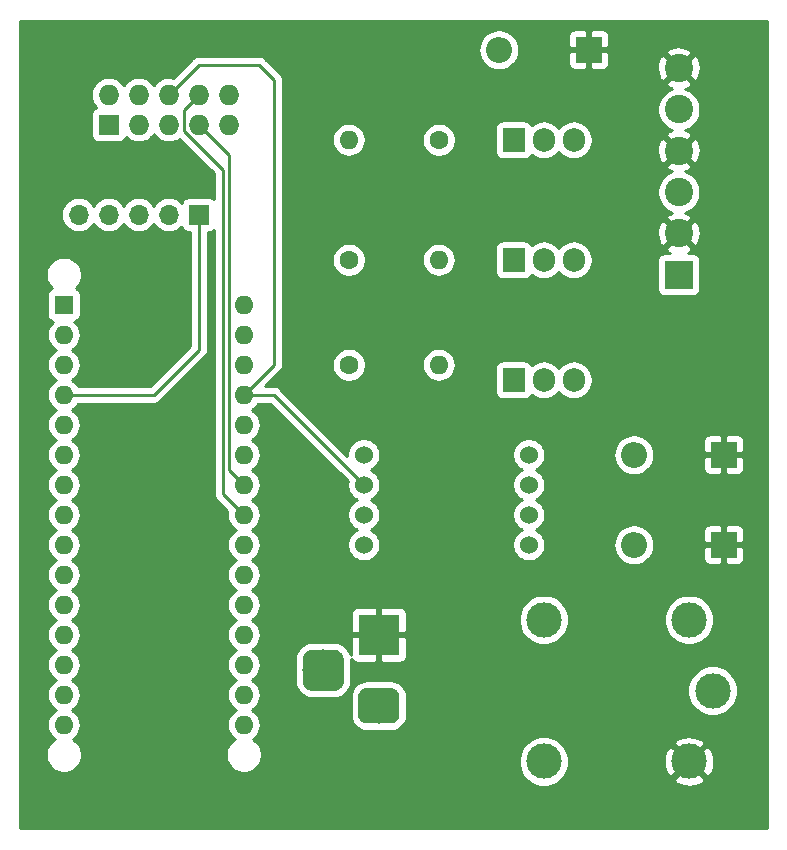
<source format=gbl>
G04 #@! TF.GenerationSoftware,KiCad,Pcbnew,(5.1.2)-2*
G04 #@! TF.CreationDate,2019-08-23T10:29:04+03:00*
G04 #@! TF.ProjectId,pneumatic,706e6575-6d61-4746-9963-2e6b69636164,rev?*
G04 #@! TF.SameCoordinates,Original*
G04 #@! TF.FileFunction,Copper,L2,Bot*
G04 #@! TF.FilePolarity,Positive*
%FSLAX46Y46*%
G04 Gerber Fmt 4.6, Leading zero omitted, Abs format (unit mm)*
G04 Created by KiCad (PCBNEW (5.1.2)-2) date 2019-08-23 10:29:04*
%MOMM*%
%LPD*%
G04 APERTURE LIST*
%ADD10C,1.524000*%
%ADD11O,1.600000X1.600000*%
%ADD12R,1.600000X1.600000*%
%ADD13O,1.700000X1.700000*%
%ADD14R,1.700000X1.700000*%
%ADD15C,2.400000*%
%ADD16R,2.400000X2.400000*%
%ADD17C,3.000000*%
%ADD18O,1.905000X2.000000*%
%ADD19R,1.905000X2.000000*%
%ADD20C,1.600000*%
%ADD21C,0.100000*%
%ADD22C,3.500000*%
%ADD23R,3.500000X3.500000*%
%ADD24O,1.727200X1.727200*%
%ADD25R,1.727200X1.727200*%
%ADD26O,2.200000X2.200000*%
%ADD27R,2.200000X2.200000*%
%ADD28C,0.250000*%
%ADD29C,0.254000*%
G04 APERTURE END LIST*
D10*
X147320000Y-81280000D03*
X133350000Y-81280000D03*
X147320000Y-78740000D03*
X133350000Y-78740000D03*
X147320000Y-76200000D03*
X133350000Y-76200000D03*
X147320000Y-73660000D03*
X133350000Y-73660000D03*
D11*
X123190000Y-96520000D03*
X107950000Y-96520000D03*
X123190000Y-60960000D03*
X107950000Y-93980000D03*
X123190000Y-63500000D03*
X107950000Y-91440000D03*
X123190000Y-66040000D03*
X107950000Y-88900000D03*
X123190000Y-68580000D03*
X107950000Y-86360000D03*
X123190000Y-71120000D03*
X107950000Y-83820000D03*
X123190000Y-73660000D03*
X107950000Y-81280000D03*
X123190000Y-76200000D03*
X107950000Y-78740000D03*
X123190000Y-78740000D03*
X107950000Y-76200000D03*
X123190000Y-81280000D03*
X107950000Y-73660000D03*
X123190000Y-83820000D03*
X107950000Y-71120000D03*
X123190000Y-86360000D03*
X107950000Y-68580000D03*
X123190000Y-88900000D03*
X107950000Y-66040000D03*
X123190000Y-91440000D03*
X107950000Y-63500000D03*
X123190000Y-93980000D03*
D12*
X107950000Y-60960000D03*
D13*
X109220000Y-53340000D03*
X111760000Y-53340000D03*
X114300000Y-53340000D03*
X116840000Y-53340000D03*
D14*
X119380000Y-53340000D03*
D15*
X160020000Y-40920000D03*
X160020000Y-44420000D03*
X160020000Y-47920000D03*
X160020000Y-51420000D03*
X160020000Y-54920000D03*
D16*
X160020000Y-58420000D03*
D17*
X160890000Y-99630000D03*
X160890000Y-87630000D03*
X148590000Y-99630000D03*
X162890000Y-93630000D03*
X148590000Y-87630000D03*
D18*
X151130000Y-67310000D03*
X148590000Y-67310000D03*
D19*
X146050000Y-67310000D03*
D18*
X151130000Y-46990000D03*
X148590000Y-46990000D03*
D19*
X146050000Y-46990000D03*
D18*
X151130000Y-57150000D03*
X148590000Y-57150000D03*
D19*
X146050000Y-57150000D03*
D11*
X139700000Y-66040000D03*
D20*
X132080000Y-66040000D03*
D11*
X139700000Y-57150000D03*
D20*
X132080000Y-57150000D03*
D11*
X132080000Y-46990000D03*
D20*
X139700000Y-46990000D03*
D21*
G36*
X130880765Y-90154213D02*
G01*
X130965704Y-90166813D01*
X131048999Y-90187677D01*
X131129848Y-90216605D01*
X131207472Y-90253319D01*
X131281124Y-90297464D01*
X131350094Y-90348616D01*
X131413718Y-90406282D01*
X131471384Y-90469906D01*
X131522536Y-90538876D01*
X131566681Y-90612528D01*
X131603395Y-90690152D01*
X131632323Y-90771001D01*
X131653187Y-90854296D01*
X131665787Y-90939235D01*
X131670000Y-91025000D01*
X131670000Y-92775000D01*
X131665787Y-92860765D01*
X131653187Y-92945704D01*
X131632323Y-93028999D01*
X131603395Y-93109848D01*
X131566681Y-93187472D01*
X131522536Y-93261124D01*
X131471384Y-93330094D01*
X131413718Y-93393718D01*
X131350094Y-93451384D01*
X131281124Y-93502536D01*
X131207472Y-93546681D01*
X131129848Y-93583395D01*
X131048999Y-93612323D01*
X130965704Y-93633187D01*
X130880765Y-93645787D01*
X130795000Y-93650000D01*
X129045000Y-93650000D01*
X128959235Y-93645787D01*
X128874296Y-93633187D01*
X128791001Y-93612323D01*
X128710152Y-93583395D01*
X128632528Y-93546681D01*
X128558876Y-93502536D01*
X128489906Y-93451384D01*
X128426282Y-93393718D01*
X128368616Y-93330094D01*
X128317464Y-93261124D01*
X128273319Y-93187472D01*
X128236605Y-93109848D01*
X128207677Y-93028999D01*
X128186813Y-92945704D01*
X128174213Y-92860765D01*
X128170000Y-92775000D01*
X128170000Y-91025000D01*
X128174213Y-90939235D01*
X128186813Y-90854296D01*
X128207677Y-90771001D01*
X128236605Y-90690152D01*
X128273319Y-90612528D01*
X128317464Y-90538876D01*
X128368616Y-90469906D01*
X128426282Y-90406282D01*
X128489906Y-90348616D01*
X128558876Y-90297464D01*
X128632528Y-90253319D01*
X128710152Y-90216605D01*
X128791001Y-90187677D01*
X128874296Y-90166813D01*
X128959235Y-90154213D01*
X129045000Y-90150000D01*
X130795000Y-90150000D01*
X130880765Y-90154213D01*
X130880765Y-90154213D01*
G37*
D22*
X129920000Y-91900000D03*
D21*
G36*
X135693513Y-93403611D02*
G01*
X135766318Y-93414411D01*
X135837714Y-93432295D01*
X135907013Y-93457090D01*
X135973548Y-93488559D01*
X136036678Y-93526398D01*
X136095795Y-93570242D01*
X136150330Y-93619670D01*
X136199758Y-93674205D01*
X136243602Y-93733322D01*
X136281441Y-93796452D01*
X136312910Y-93862987D01*
X136337705Y-93932286D01*
X136355589Y-94003682D01*
X136366389Y-94076487D01*
X136370000Y-94150000D01*
X136370000Y-95650000D01*
X136366389Y-95723513D01*
X136355589Y-95796318D01*
X136337705Y-95867714D01*
X136312910Y-95937013D01*
X136281441Y-96003548D01*
X136243602Y-96066678D01*
X136199758Y-96125795D01*
X136150330Y-96180330D01*
X136095795Y-96229758D01*
X136036678Y-96273602D01*
X135973548Y-96311441D01*
X135907013Y-96342910D01*
X135837714Y-96367705D01*
X135766318Y-96385589D01*
X135693513Y-96396389D01*
X135620000Y-96400000D01*
X133620000Y-96400000D01*
X133546487Y-96396389D01*
X133473682Y-96385589D01*
X133402286Y-96367705D01*
X133332987Y-96342910D01*
X133266452Y-96311441D01*
X133203322Y-96273602D01*
X133144205Y-96229758D01*
X133089670Y-96180330D01*
X133040242Y-96125795D01*
X132996398Y-96066678D01*
X132958559Y-96003548D01*
X132927090Y-95937013D01*
X132902295Y-95867714D01*
X132884411Y-95796318D01*
X132873611Y-95723513D01*
X132870000Y-95650000D01*
X132870000Y-94150000D01*
X132873611Y-94076487D01*
X132884411Y-94003682D01*
X132902295Y-93932286D01*
X132927090Y-93862987D01*
X132958559Y-93796452D01*
X132996398Y-93733322D01*
X133040242Y-93674205D01*
X133089670Y-93619670D01*
X133144205Y-93570242D01*
X133203322Y-93526398D01*
X133266452Y-93488559D01*
X133332987Y-93457090D01*
X133402286Y-93432295D01*
X133473682Y-93414411D01*
X133546487Y-93403611D01*
X133620000Y-93400000D01*
X135620000Y-93400000D01*
X135693513Y-93403611D01*
X135693513Y-93403611D01*
G37*
D17*
X134620000Y-94900000D03*
D23*
X134620000Y-88900000D03*
D24*
X121920000Y-43180000D03*
X121920000Y-45720000D03*
X119380000Y-43180000D03*
X119380000Y-45720000D03*
X116840000Y-43180000D03*
X116840000Y-45720000D03*
X114300000Y-43180000D03*
X114300000Y-45720000D03*
X111760000Y-43180000D03*
D25*
X111760000Y-45720000D03*
D26*
X156210000Y-81280000D03*
D27*
X163830000Y-81280000D03*
D26*
X144780000Y-39370000D03*
D27*
X152400000Y-39370000D03*
D26*
X156210000Y-73660000D03*
D27*
X163830000Y-73660000D03*
D28*
X107950000Y-68580000D02*
X115570000Y-68580000D01*
X119380000Y-64770000D02*
X119380000Y-53340000D01*
X115570000Y-68580000D02*
X119380000Y-64770000D01*
X125730000Y-66040000D02*
X123190000Y-68580000D01*
X125730000Y-41910000D02*
X125730000Y-66040000D01*
X124460000Y-40640000D02*
X125730000Y-41910000D01*
X116840000Y-43180000D02*
X119380000Y-40640000D01*
X119380000Y-40640000D02*
X124460000Y-40640000D01*
X125730000Y-68580000D02*
X133350000Y-76200000D01*
X123190000Y-68580000D02*
X125730000Y-68580000D01*
X123190000Y-76200000D02*
X121920000Y-74930000D01*
X121920000Y-48260000D02*
X119380000Y-45720000D01*
X121920000Y-74930000D02*
X121920000Y-48260000D01*
X119380000Y-43180000D02*
X118110000Y-44450000D01*
X118110000Y-46209130D02*
X121430870Y-49530000D01*
X118110000Y-44450000D02*
X118110000Y-46209130D01*
X121430870Y-49530000D02*
X121430870Y-76980870D01*
X121430870Y-76980870D02*
X123190000Y-78740000D01*
D29*
G36*
X167513000Y-105283000D02*
G01*
X104267000Y-105283000D01*
X104267000Y-58269801D01*
X106425000Y-58269801D01*
X106425000Y-58570199D01*
X106483605Y-58864826D01*
X106598562Y-59142358D01*
X106765455Y-59392131D01*
X106934977Y-59561653D01*
X106905820Y-59570498D01*
X106795506Y-59629463D01*
X106698815Y-59708815D01*
X106619463Y-59805506D01*
X106560498Y-59915820D01*
X106524188Y-60035518D01*
X106511928Y-60160000D01*
X106511928Y-61760000D01*
X106524188Y-61884482D01*
X106560498Y-62004180D01*
X106619463Y-62114494D01*
X106698815Y-62211185D01*
X106795506Y-62290537D01*
X106905820Y-62349502D01*
X107025518Y-62385812D01*
X107043482Y-62387581D01*
X106930392Y-62480392D01*
X106751068Y-62698899D01*
X106617818Y-62948192D01*
X106535764Y-63218691D01*
X106508057Y-63500000D01*
X106535764Y-63781309D01*
X106617818Y-64051808D01*
X106751068Y-64301101D01*
X106930392Y-64519608D01*
X107148899Y-64698932D01*
X107281858Y-64770000D01*
X107148899Y-64841068D01*
X106930392Y-65020392D01*
X106751068Y-65238899D01*
X106617818Y-65488192D01*
X106535764Y-65758691D01*
X106508057Y-66040000D01*
X106535764Y-66321309D01*
X106617818Y-66591808D01*
X106751068Y-66841101D01*
X106930392Y-67059608D01*
X107148899Y-67238932D01*
X107281858Y-67310000D01*
X107148899Y-67381068D01*
X106930392Y-67560392D01*
X106751068Y-67778899D01*
X106617818Y-68028192D01*
X106535764Y-68298691D01*
X106508057Y-68580000D01*
X106535764Y-68861309D01*
X106617818Y-69131808D01*
X106751068Y-69381101D01*
X106930392Y-69599608D01*
X107148899Y-69778932D01*
X107281858Y-69850000D01*
X107148899Y-69921068D01*
X106930392Y-70100392D01*
X106751068Y-70318899D01*
X106617818Y-70568192D01*
X106535764Y-70838691D01*
X106508057Y-71120000D01*
X106535764Y-71401309D01*
X106617818Y-71671808D01*
X106751068Y-71921101D01*
X106930392Y-72139608D01*
X107148899Y-72318932D01*
X107281858Y-72390000D01*
X107148899Y-72461068D01*
X106930392Y-72640392D01*
X106751068Y-72858899D01*
X106617818Y-73108192D01*
X106535764Y-73378691D01*
X106508057Y-73660000D01*
X106535764Y-73941309D01*
X106617818Y-74211808D01*
X106751068Y-74461101D01*
X106930392Y-74679608D01*
X107148899Y-74858932D01*
X107281858Y-74930000D01*
X107148899Y-75001068D01*
X106930392Y-75180392D01*
X106751068Y-75398899D01*
X106617818Y-75648192D01*
X106535764Y-75918691D01*
X106508057Y-76200000D01*
X106535764Y-76481309D01*
X106617818Y-76751808D01*
X106751068Y-77001101D01*
X106930392Y-77219608D01*
X107148899Y-77398932D01*
X107281858Y-77470000D01*
X107148899Y-77541068D01*
X106930392Y-77720392D01*
X106751068Y-77938899D01*
X106617818Y-78188192D01*
X106535764Y-78458691D01*
X106508057Y-78740000D01*
X106535764Y-79021309D01*
X106617818Y-79291808D01*
X106751068Y-79541101D01*
X106930392Y-79759608D01*
X107148899Y-79938932D01*
X107281858Y-80010000D01*
X107148899Y-80081068D01*
X106930392Y-80260392D01*
X106751068Y-80478899D01*
X106617818Y-80728192D01*
X106535764Y-80998691D01*
X106508057Y-81280000D01*
X106535764Y-81561309D01*
X106617818Y-81831808D01*
X106751068Y-82081101D01*
X106930392Y-82299608D01*
X107148899Y-82478932D01*
X107281858Y-82550000D01*
X107148899Y-82621068D01*
X106930392Y-82800392D01*
X106751068Y-83018899D01*
X106617818Y-83268192D01*
X106535764Y-83538691D01*
X106508057Y-83820000D01*
X106535764Y-84101309D01*
X106617818Y-84371808D01*
X106751068Y-84621101D01*
X106930392Y-84839608D01*
X107148899Y-85018932D01*
X107281858Y-85090000D01*
X107148899Y-85161068D01*
X106930392Y-85340392D01*
X106751068Y-85558899D01*
X106617818Y-85808192D01*
X106535764Y-86078691D01*
X106508057Y-86360000D01*
X106535764Y-86641309D01*
X106617818Y-86911808D01*
X106751068Y-87161101D01*
X106930392Y-87379608D01*
X107148899Y-87558932D01*
X107281858Y-87630000D01*
X107148899Y-87701068D01*
X106930392Y-87880392D01*
X106751068Y-88098899D01*
X106617818Y-88348192D01*
X106535764Y-88618691D01*
X106508057Y-88900000D01*
X106535764Y-89181309D01*
X106617818Y-89451808D01*
X106751068Y-89701101D01*
X106930392Y-89919608D01*
X107148899Y-90098932D01*
X107281858Y-90170000D01*
X107148899Y-90241068D01*
X106930392Y-90420392D01*
X106751068Y-90638899D01*
X106617818Y-90888192D01*
X106535764Y-91158691D01*
X106508057Y-91440000D01*
X106535764Y-91721309D01*
X106617818Y-91991808D01*
X106751068Y-92241101D01*
X106930392Y-92459608D01*
X107148899Y-92638932D01*
X107281858Y-92710000D01*
X107148899Y-92781068D01*
X106930392Y-92960392D01*
X106751068Y-93178899D01*
X106617818Y-93428192D01*
X106535764Y-93698691D01*
X106508057Y-93980000D01*
X106535764Y-94261309D01*
X106617818Y-94531808D01*
X106751068Y-94781101D01*
X106930392Y-94999608D01*
X107148899Y-95178932D01*
X107281858Y-95250000D01*
X107148899Y-95321068D01*
X106930392Y-95500392D01*
X106751068Y-95718899D01*
X106617818Y-95968192D01*
X106535764Y-96238691D01*
X106508057Y-96520000D01*
X106535764Y-96801309D01*
X106617818Y-97071808D01*
X106751068Y-97321101D01*
X106930392Y-97539608D01*
X107148899Y-97718932D01*
X107184024Y-97737707D01*
X106977869Y-97875455D01*
X106765455Y-98087869D01*
X106598562Y-98337642D01*
X106483605Y-98615174D01*
X106425000Y-98909801D01*
X106425000Y-99210199D01*
X106483605Y-99504826D01*
X106598562Y-99782358D01*
X106765455Y-100032131D01*
X106977869Y-100244545D01*
X107227642Y-100411438D01*
X107505174Y-100526395D01*
X107799801Y-100585000D01*
X108100199Y-100585000D01*
X108394826Y-100526395D01*
X108672358Y-100411438D01*
X108922131Y-100244545D01*
X109134545Y-100032131D01*
X109301438Y-99782358D01*
X109416395Y-99504826D01*
X109475000Y-99210199D01*
X109475000Y-98909801D01*
X109416395Y-98615174D01*
X109301438Y-98337642D01*
X109134545Y-98087869D01*
X108922131Y-97875455D01*
X108715976Y-97737707D01*
X108751101Y-97718932D01*
X108969608Y-97539608D01*
X109148932Y-97321101D01*
X109282182Y-97071808D01*
X109364236Y-96801309D01*
X109391943Y-96520000D01*
X109364236Y-96238691D01*
X109282182Y-95968192D01*
X109148932Y-95718899D01*
X108969608Y-95500392D01*
X108751101Y-95321068D01*
X108618142Y-95250000D01*
X108751101Y-95178932D01*
X108969608Y-94999608D01*
X109148932Y-94781101D01*
X109282182Y-94531808D01*
X109364236Y-94261309D01*
X109391943Y-93980000D01*
X109364236Y-93698691D01*
X109282182Y-93428192D01*
X109148932Y-93178899D01*
X108969608Y-92960392D01*
X108751101Y-92781068D01*
X108618142Y-92710000D01*
X108751101Y-92638932D01*
X108969608Y-92459608D01*
X109148932Y-92241101D01*
X109282182Y-91991808D01*
X109364236Y-91721309D01*
X109391943Y-91440000D01*
X109364236Y-91158691D01*
X109282182Y-90888192D01*
X109148932Y-90638899D01*
X108969608Y-90420392D01*
X108751101Y-90241068D01*
X108618142Y-90170000D01*
X108751101Y-90098932D01*
X108969608Y-89919608D01*
X109148932Y-89701101D01*
X109282182Y-89451808D01*
X109364236Y-89181309D01*
X109391943Y-88900000D01*
X109364236Y-88618691D01*
X109282182Y-88348192D01*
X109148932Y-88098899D01*
X108969608Y-87880392D01*
X108751101Y-87701068D01*
X108618142Y-87630000D01*
X108751101Y-87558932D01*
X108969608Y-87379608D01*
X109148932Y-87161101D01*
X109282182Y-86911808D01*
X109364236Y-86641309D01*
X109391943Y-86360000D01*
X109364236Y-86078691D01*
X109282182Y-85808192D01*
X109148932Y-85558899D01*
X108969608Y-85340392D01*
X108751101Y-85161068D01*
X108618142Y-85090000D01*
X108751101Y-85018932D01*
X108969608Y-84839608D01*
X109148932Y-84621101D01*
X109282182Y-84371808D01*
X109364236Y-84101309D01*
X109391943Y-83820000D01*
X109364236Y-83538691D01*
X109282182Y-83268192D01*
X109148932Y-83018899D01*
X108969608Y-82800392D01*
X108751101Y-82621068D01*
X108618142Y-82550000D01*
X108751101Y-82478932D01*
X108969608Y-82299608D01*
X109148932Y-82081101D01*
X109282182Y-81831808D01*
X109364236Y-81561309D01*
X109391943Y-81280000D01*
X109364236Y-80998691D01*
X109282182Y-80728192D01*
X109148932Y-80478899D01*
X108969608Y-80260392D01*
X108751101Y-80081068D01*
X108618142Y-80010000D01*
X108751101Y-79938932D01*
X108969608Y-79759608D01*
X109148932Y-79541101D01*
X109282182Y-79291808D01*
X109364236Y-79021309D01*
X109391943Y-78740000D01*
X109364236Y-78458691D01*
X109282182Y-78188192D01*
X109148932Y-77938899D01*
X108969608Y-77720392D01*
X108751101Y-77541068D01*
X108618142Y-77470000D01*
X108751101Y-77398932D01*
X108969608Y-77219608D01*
X109148932Y-77001101D01*
X109282182Y-76751808D01*
X109364236Y-76481309D01*
X109391943Y-76200000D01*
X109364236Y-75918691D01*
X109282182Y-75648192D01*
X109148932Y-75398899D01*
X108969608Y-75180392D01*
X108751101Y-75001068D01*
X108618142Y-74930000D01*
X108751101Y-74858932D01*
X108969608Y-74679608D01*
X109148932Y-74461101D01*
X109282182Y-74211808D01*
X109364236Y-73941309D01*
X109391943Y-73660000D01*
X109364236Y-73378691D01*
X109282182Y-73108192D01*
X109148932Y-72858899D01*
X108969608Y-72640392D01*
X108751101Y-72461068D01*
X108618142Y-72390000D01*
X108751101Y-72318932D01*
X108969608Y-72139608D01*
X109148932Y-71921101D01*
X109282182Y-71671808D01*
X109364236Y-71401309D01*
X109391943Y-71120000D01*
X109364236Y-70838691D01*
X109282182Y-70568192D01*
X109148932Y-70318899D01*
X108969608Y-70100392D01*
X108751101Y-69921068D01*
X108618142Y-69850000D01*
X108751101Y-69778932D01*
X108969608Y-69599608D01*
X109148932Y-69381101D01*
X109170901Y-69340000D01*
X115532678Y-69340000D01*
X115570000Y-69343676D01*
X115607322Y-69340000D01*
X115607333Y-69340000D01*
X115718986Y-69329003D01*
X115862247Y-69285546D01*
X115994276Y-69214974D01*
X116110001Y-69120001D01*
X116133804Y-69090997D01*
X119891004Y-65333798D01*
X119920001Y-65310001D01*
X120014974Y-65194276D01*
X120085546Y-65062247D01*
X120129003Y-64918986D01*
X120140000Y-64807333D01*
X120140000Y-64807325D01*
X120143676Y-64770000D01*
X120140000Y-64732675D01*
X120140000Y-54828072D01*
X120230000Y-54828072D01*
X120354482Y-54815812D01*
X120474180Y-54779502D01*
X120584494Y-54720537D01*
X120670870Y-54649650D01*
X120670871Y-76943537D01*
X120667194Y-76980870D01*
X120681868Y-77129855D01*
X120725324Y-77273116D01*
X120795896Y-77405146D01*
X120867071Y-77491872D01*
X120890870Y-77520871D01*
X120919868Y-77544669D01*
X121789292Y-78414094D01*
X121775764Y-78458691D01*
X121748057Y-78740000D01*
X121775764Y-79021309D01*
X121857818Y-79291808D01*
X121991068Y-79541101D01*
X122170392Y-79759608D01*
X122388899Y-79938932D01*
X122521858Y-80010000D01*
X122388899Y-80081068D01*
X122170392Y-80260392D01*
X121991068Y-80478899D01*
X121857818Y-80728192D01*
X121775764Y-80998691D01*
X121748057Y-81280000D01*
X121775764Y-81561309D01*
X121857818Y-81831808D01*
X121991068Y-82081101D01*
X122170392Y-82299608D01*
X122388899Y-82478932D01*
X122521858Y-82550000D01*
X122388899Y-82621068D01*
X122170392Y-82800392D01*
X121991068Y-83018899D01*
X121857818Y-83268192D01*
X121775764Y-83538691D01*
X121748057Y-83820000D01*
X121775764Y-84101309D01*
X121857818Y-84371808D01*
X121991068Y-84621101D01*
X122170392Y-84839608D01*
X122388899Y-85018932D01*
X122521858Y-85090000D01*
X122388899Y-85161068D01*
X122170392Y-85340392D01*
X121991068Y-85558899D01*
X121857818Y-85808192D01*
X121775764Y-86078691D01*
X121748057Y-86360000D01*
X121775764Y-86641309D01*
X121857818Y-86911808D01*
X121991068Y-87161101D01*
X122170392Y-87379608D01*
X122388899Y-87558932D01*
X122521858Y-87630000D01*
X122388899Y-87701068D01*
X122170392Y-87880392D01*
X121991068Y-88098899D01*
X121857818Y-88348192D01*
X121775764Y-88618691D01*
X121748057Y-88900000D01*
X121775764Y-89181309D01*
X121857818Y-89451808D01*
X121991068Y-89701101D01*
X122170392Y-89919608D01*
X122388899Y-90098932D01*
X122521858Y-90170000D01*
X122388899Y-90241068D01*
X122170392Y-90420392D01*
X121991068Y-90638899D01*
X121857818Y-90888192D01*
X121775764Y-91158691D01*
X121748057Y-91440000D01*
X121775764Y-91721309D01*
X121857818Y-91991808D01*
X121991068Y-92241101D01*
X122170392Y-92459608D01*
X122388899Y-92638932D01*
X122521858Y-92710000D01*
X122388899Y-92781068D01*
X122170392Y-92960392D01*
X121991068Y-93178899D01*
X121857818Y-93428192D01*
X121775764Y-93698691D01*
X121748057Y-93980000D01*
X121775764Y-94261309D01*
X121857818Y-94531808D01*
X121991068Y-94781101D01*
X122170392Y-94999608D01*
X122388899Y-95178932D01*
X122521858Y-95250000D01*
X122388899Y-95321068D01*
X122170392Y-95500392D01*
X121991068Y-95718899D01*
X121857818Y-95968192D01*
X121775764Y-96238691D01*
X121748057Y-96520000D01*
X121775764Y-96801309D01*
X121857818Y-97071808D01*
X121991068Y-97321101D01*
X122170392Y-97539608D01*
X122388899Y-97718932D01*
X122424024Y-97737707D01*
X122217869Y-97875455D01*
X122005455Y-98087869D01*
X121838562Y-98337642D01*
X121723605Y-98615174D01*
X121665000Y-98909801D01*
X121665000Y-99210199D01*
X121723605Y-99504826D01*
X121838562Y-99782358D01*
X122005455Y-100032131D01*
X122217869Y-100244545D01*
X122467642Y-100411438D01*
X122745174Y-100526395D01*
X123039801Y-100585000D01*
X123340199Y-100585000D01*
X123634826Y-100526395D01*
X123912358Y-100411438D01*
X124162131Y-100244545D01*
X124374545Y-100032131D01*
X124541438Y-99782358D01*
X124656395Y-99504826D01*
X124673323Y-99419721D01*
X146455000Y-99419721D01*
X146455000Y-99840279D01*
X146537047Y-100252756D01*
X146697988Y-100641302D01*
X146931637Y-100990983D01*
X147229017Y-101288363D01*
X147578698Y-101522012D01*
X147967244Y-101682953D01*
X148379721Y-101765000D01*
X148800279Y-101765000D01*
X149212756Y-101682953D01*
X149601302Y-101522012D01*
X149950983Y-101288363D01*
X150117693Y-101121653D01*
X159577952Y-101121653D01*
X159733962Y-101437214D01*
X160108745Y-101628020D01*
X160513551Y-101742044D01*
X160932824Y-101774902D01*
X161350451Y-101725334D01*
X161750383Y-101595243D01*
X162046038Y-101437214D01*
X162202048Y-101121653D01*
X160890000Y-99809605D01*
X159577952Y-101121653D01*
X150117693Y-101121653D01*
X150248363Y-100990983D01*
X150482012Y-100641302D01*
X150642953Y-100252756D01*
X150725000Y-99840279D01*
X150725000Y-99672824D01*
X158745098Y-99672824D01*
X158794666Y-100090451D01*
X158924757Y-100490383D01*
X159082786Y-100786038D01*
X159398347Y-100942048D01*
X160710395Y-99630000D01*
X161069605Y-99630000D01*
X162381653Y-100942048D01*
X162697214Y-100786038D01*
X162888020Y-100411255D01*
X163002044Y-100006449D01*
X163034902Y-99587176D01*
X162985334Y-99169549D01*
X162855243Y-98769617D01*
X162697214Y-98473962D01*
X162381653Y-98317952D01*
X161069605Y-99630000D01*
X160710395Y-99630000D01*
X159398347Y-98317952D01*
X159082786Y-98473962D01*
X158891980Y-98848745D01*
X158777956Y-99253551D01*
X158745098Y-99672824D01*
X150725000Y-99672824D01*
X150725000Y-99419721D01*
X150642953Y-99007244D01*
X150482012Y-98618698D01*
X150248363Y-98269017D01*
X150117693Y-98138347D01*
X159577952Y-98138347D01*
X160890000Y-99450395D01*
X162202048Y-98138347D01*
X162046038Y-97822786D01*
X161671255Y-97631980D01*
X161266449Y-97517956D01*
X160847176Y-97485098D01*
X160429549Y-97534666D01*
X160029617Y-97664757D01*
X159733962Y-97822786D01*
X159577952Y-98138347D01*
X150117693Y-98138347D01*
X149950983Y-97971637D01*
X149601302Y-97737988D01*
X149212756Y-97577047D01*
X148800279Y-97495000D01*
X148379721Y-97495000D01*
X147967244Y-97577047D01*
X147578698Y-97737988D01*
X147229017Y-97971637D01*
X146931637Y-98269017D01*
X146697988Y-98618698D01*
X146537047Y-99007244D01*
X146455000Y-99419721D01*
X124673323Y-99419721D01*
X124715000Y-99210199D01*
X124715000Y-98909801D01*
X124656395Y-98615174D01*
X124541438Y-98337642D01*
X124374545Y-98087869D01*
X124162131Y-97875455D01*
X123955976Y-97737707D01*
X123991101Y-97718932D01*
X124209608Y-97539608D01*
X124388932Y-97321101D01*
X124522182Y-97071808D01*
X124604236Y-96801309D01*
X124631943Y-96520000D01*
X124604236Y-96238691D01*
X124522182Y-95968192D01*
X124388932Y-95718899D01*
X124209608Y-95500392D01*
X123991101Y-95321068D01*
X123858142Y-95250000D01*
X123991101Y-95178932D01*
X124209608Y-94999608D01*
X124388932Y-94781101D01*
X124522182Y-94531808D01*
X124604236Y-94261309D01*
X124631943Y-93980000D01*
X124604236Y-93698691D01*
X124522182Y-93428192D01*
X124388932Y-93178899D01*
X124209608Y-92960392D01*
X123991101Y-92781068D01*
X123858142Y-92710000D01*
X123991101Y-92638932D01*
X124209608Y-92459608D01*
X124388932Y-92241101D01*
X124522182Y-91991808D01*
X124604236Y-91721309D01*
X124631943Y-91440000D01*
X124604236Y-91158691D01*
X124563682Y-91025000D01*
X127531928Y-91025000D01*
X127531928Y-92775000D01*
X127561001Y-93070186D01*
X127647104Y-93354028D01*
X127786927Y-93615618D01*
X127975097Y-93844903D01*
X128204382Y-94033073D01*
X128465972Y-94172896D01*
X128749814Y-94258999D01*
X129045000Y-94288072D01*
X130795000Y-94288072D01*
X131090186Y-94258999D01*
X131374028Y-94172896D01*
X131416863Y-94150000D01*
X132231928Y-94150000D01*
X132231928Y-95650000D01*
X132258599Y-95920799D01*
X132337589Y-96181192D01*
X132465860Y-96421171D01*
X132638485Y-96631515D01*
X132848829Y-96804140D01*
X133088808Y-96932411D01*
X133349201Y-97011401D01*
X133620000Y-97038072D01*
X135620000Y-97038072D01*
X135890799Y-97011401D01*
X136151192Y-96932411D01*
X136391171Y-96804140D01*
X136601515Y-96631515D01*
X136774140Y-96421171D01*
X136902411Y-96181192D01*
X136981401Y-95920799D01*
X137008072Y-95650000D01*
X137008072Y-94150000D01*
X136981401Y-93879201D01*
X136902411Y-93618808D01*
X136795998Y-93419721D01*
X160755000Y-93419721D01*
X160755000Y-93840279D01*
X160837047Y-94252756D01*
X160997988Y-94641302D01*
X161231637Y-94990983D01*
X161529017Y-95288363D01*
X161878698Y-95522012D01*
X162267244Y-95682953D01*
X162679721Y-95765000D01*
X163100279Y-95765000D01*
X163512756Y-95682953D01*
X163901302Y-95522012D01*
X164250983Y-95288363D01*
X164548363Y-94990983D01*
X164782012Y-94641302D01*
X164942953Y-94252756D01*
X165025000Y-93840279D01*
X165025000Y-93419721D01*
X164942953Y-93007244D01*
X164782012Y-92618698D01*
X164548363Y-92269017D01*
X164250983Y-91971637D01*
X163901302Y-91737988D01*
X163512756Y-91577047D01*
X163100279Y-91495000D01*
X162679721Y-91495000D01*
X162267244Y-91577047D01*
X161878698Y-91737988D01*
X161529017Y-91971637D01*
X161231637Y-92269017D01*
X160997988Y-92618698D01*
X160837047Y-93007244D01*
X160755000Y-93419721D01*
X136795998Y-93419721D01*
X136774140Y-93378829D01*
X136601515Y-93168485D01*
X136391171Y-92995860D01*
X136151192Y-92867589D01*
X135890799Y-92788599D01*
X135620000Y-92761928D01*
X133620000Y-92761928D01*
X133349201Y-92788599D01*
X133088808Y-92867589D01*
X132848829Y-92995860D01*
X132638485Y-93168485D01*
X132465860Y-93378829D01*
X132337589Y-93618808D01*
X132258599Y-93879201D01*
X132231928Y-94150000D01*
X131416863Y-94150000D01*
X131635618Y-94033073D01*
X131864903Y-93844903D01*
X132053073Y-93615618D01*
X132192896Y-93354028D01*
X132278999Y-93070186D01*
X132308072Y-92775000D01*
X132308072Y-91025000D01*
X132298506Y-90927869D01*
X132339463Y-91004494D01*
X132418815Y-91101185D01*
X132515506Y-91180537D01*
X132625820Y-91239502D01*
X132745518Y-91275812D01*
X132870000Y-91288072D01*
X134334250Y-91285000D01*
X134493000Y-91126250D01*
X134493000Y-89027000D01*
X134747000Y-89027000D01*
X134747000Y-91126250D01*
X134905750Y-91285000D01*
X136370000Y-91288072D01*
X136494482Y-91275812D01*
X136614180Y-91239502D01*
X136724494Y-91180537D01*
X136821185Y-91101185D01*
X136900537Y-91004494D01*
X136959502Y-90894180D01*
X136995812Y-90774482D01*
X137008072Y-90650000D01*
X137005000Y-89185750D01*
X136846250Y-89027000D01*
X134747000Y-89027000D01*
X134493000Y-89027000D01*
X132393750Y-89027000D01*
X132235000Y-89185750D01*
X132232085Y-90575160D01*
X132192896Y-90445972D01*
X132053073Y-90184382D01*
X131864903Y-89955097D01*
X131635618Y-89766927D01*
X131374028Y-89627104D01*
X131090186Y-89541001D01*
X130795000Y-89511928D01*
X129045000Y-89511928D01*
X128749814Y-89541001D01*
X128465972Y-89627104D01*
X128204382Y-89766927D01*
X127975097Y-89955097D01*
X127786927Y-90184382D01*
X127647104Y-90445972D01*
X127561001Y-90729814D01*
X127531928Y-91025000D01*
X124563682Y-91025000D01*
X124522182Y-90888192D01*
X124388932Y-90638899D01*
X124209608Y-90420392D01*
X123991101Y-90241068D01*
X123858142Y-90170000D01*
X123991101Y-90098932D01*
X124209608Y-89919608D01*
X124388932Y-89701101D01*
X124522182Y-89451808D01*
X124604236Y-89181309D01*
X124631943Y-88900000D01*
X124604236Y-88618691D01*
X124522182Y-88348192D01*
X124388932Y-88098899D01*
X124209608Y-87880392D01*
X123991101Y-87701068D01*
X123858142Y-87630000D01*
X123991101Y-87558932D01*
X124209608Y-87379608D01*
X124388932Y-87161101D01*
X124394865Y-87150000D01*
X132231928Y-87150000D01*
X132235000Y-88614250D01*
X132393750Y-88773000D01*
X134493000Y-88773000D01*
X134493000Y-86673750D01*
X134747000Y-86673750D01*
X134747000Y-88773000D01*
X136846250Y-88773000D01*
X137005000Y-88614250D01*
X137007506Y-87419721D01*
X146455000Y-87419721D01*
X146455000Y-87840279D01*
X146537047Y-88252756D01*
X146697988Y-88641302D01*
X146931637Y-88990983D01*
X147229017Y-89288363D01*
X147578698Y-89522012D01*
X147967244Y-89682953D01*
X148379721Y-89765000D01*
X148800279Y-89765000D01*
X149212756Y-89682953D01*
X149601302Y-89522012D01*
X149950983Y-89288363D01*
X150248363Y-88990983D01*
X150482012Y-88641302D01*
X150642953Y-88252756D01*
X150725000Y-87840279D01*
X150725000Y-87419721D01*
X158755000Y-87419721D01*
X158755000Y-87840279D01*
X158837047Y-88252756D01*
X158997988Y-88641302D01*
X159231637Y-88990983D01*
X159529017Y-89288363D01*
X159878698Y-89522012D01*
X160267244Y-89682953D01*
X160679721Y-89765000D01*
X161100279Y-89765000D01*
X161512756Y-89682953D01*
X161901302Y-89522012D01*
X162250983Y-89288363D01*
X162548363Y-88990983D01*
X162782012Y-88641302D01*
X162942953Y-88252756D01*
X163025000Y-87840279D01*
X163025000Y-87419721D01*
X162942953Y-87007244D01*
X162782012Y-86618698D01*
X162548363Y-86269017D01*
X162250983Y-85971637D01*
X161901302Y-85737988D01*
X161512756Y-85577047D01*
X161100279Y-85495000D01*
X160679721Y-85495000D01*
X160267244Y-85577047D01*
X159878698Y-85737988D01*
X159529017Y-85971637D01*
X159231637Y-86269017D01*
X158997988Y-86618698D01*
X158837047Y-87007244D01*
X158755000Y-87419721D01*
X150725000Y-87419721D01*
X150642953Y-87007244D01*
X150482012Y-86618698D01*
X150248363Y-86269017D01*
X149950983Y-85971637D01*
X149601302Y-85737988D01*
X149212756Y-85577047D01*
X148800279Y-85495000D01*
X148379721Y-85495000D01*
X147967244Y-85577047D01*
X147578698Y-85737988D01*
X147229017Y-85971637D01*
X146931637Y-86269017D01*
X146697988Y-86618698D01*
X146537047Y-87007244D01*
X146455000Y-87419721D01*
X137007506Y-87419721D01*
X137008072Y-87150000D01*
X136995812Y-87025518D01*
X136959502Y-86905820D01*
X136900537Y-86795506D01*
X136821185Y-86698815D01*
X136724494Y-86619463D01*
X136614180Y-86560498D01*
X136494482Y-86524188D01*
X136370000Y-86511928D01*
X134905750Y-86515000D01*
X134747000Y-86673750D01*
X134493000Y-86673750D01*
X134334250Y-86515000D01*
X132870000Y-86511928D01*
X132745518Y-86524188D01*
X132625820Y-86560498D01*
X132515506Y-86619463D01*
X132418815Y-86698815D01*
X132339463Y-86795506D01*
X132280498Y-86905820D01*
X132244188Y-87025518D01*
X132231928Y-87150000D01*
X124394865Y-87150000D01*
X124522182Y-86911808D01*
X124604236Y-86641309D01*
X124631943Y-86360000D01*
X124604236Y-86078691D01*
X124522182Y-85808192D01*
X124388932Y-85558899D01*
X124209608Y-85340392D01*
X123991101Y-85161068D01*
X123858142Y-85090000D01*
X123991101Y-85018932D01*
X124209608Y-84839608D01*
X124388932Y-84621101D01*
X124522182Y-84371808D01*
X124604236Y-84101309D01*
X124631943Y-83820000D01*
X124604236Y-83538691D01*
X124522182Y-83268192D01*
X124388932Y-83018899D01*
X124209608Y-82800392D01*
X123991101Y-82621068D01*
X123858142Y-82550000D01*
X123991101Y-82478932D01*
X124209608Y-82299608D01*
X124388932Y-82081101D01*
X124522182Y-81831808D01*
X124604236Y-81561309D01*
X124631943Y-81280000D01*
X124604236Y-80998691D01*
X124522182Y-80728192D01*
X124388932Y-80478899D01*
X124209608Y-80260392D01*
X123991101Y-80081068D01*
X123858142Y-80010000D01*
X123991101Y-79938932D01*
X124209608Y-79759608D01*
X124388932Y-79541101D01*
X124522182Y-79291808D01*
X124604236Y-79021309D01*
X124631943Y-78740000D01*
X124604236Y-78458691D01*
X124522182Y-78188192D01*
X124388932Y-77938899D01*
X124209608Y-77720392D01*
X123991101Y-77541068D01*
X123858142Y-77470000D01*
X123991101Y-77398932D01*
X124209608Y-77219608D01*
X124388932Y-77001101D01*
X124522182Y-76751808D01*
X124604236Y-76481309D01*
X124631943Y-76200000D01*
X124604236Y-75918691D01*
X124522182Y-75648192D01*
X124388932Y-75398899D01*
X124209608Y-75180392D01*
X123991101Y-75001068D01*
X123858142Y-74930000D01*
X123991101Y-74858932D01*
X124209608Y-74679608D01*
X124388932Y-74461101D01*
X124522182Y-74211808D01*
X124604236Y-73941309D01*
X124631943Y-73660000D01*
X124604236Y-73378691D01*
X124522182Y-73108192D01*
X124388932Y-72858899D01*
X124209608Y-72640392D01*
X123991101Y-72461068D01*
X123858142Y-72390000D01*
X123991101Y-72318932D01*
X124209608Y-72139608D01*
X124388932Y-71921101D01*
X124522182Y-71671808D01*
X124604236Y-71401309D01*
X124631943Y-71120000D01*
X124604236Y-70838691D01*
X124522182Y-70568192D01*
X124388932Y-70318899D01*
X124209608Y-70100392D01*
X123991101Y-69921068D01*
X123858142Y-69850000D01*
X123991101Y-69778932D01*
X124209608Y-69599608D01*
X124388932Y-69381101D01*
X124410901Y-69340000D01*
X125415199Y-69340000D01*
X131983628Y-75908430D01*
X131953000Y-76062408D01*
X131953000Y-76337592D01*
X132006686Y-76607490D01*
X132111995Y-76861727D01*
X132264880Y-77090535D01*
X132459465Y-77285120D01*
X132688273Y-77438005D01*
X132765515Y-77470000D01*
X132688273Y-77501995D01*
X132459465Y-77654880D01*
X132264880Y-77849465D01*
X132111995Y-78078273D01*
X132006686Y-78332510D01*
X131953000Y-78602408D01*
X131953000Y-78877592D01*
X132006686Y-79147490D01*
X132111995Y-79401727D01*
X132264880Y-79630535D01*
X132459465Y-79825120D01*
X132688273Y-79978005D01*
X132765515Y-80010000D01*
X132688273Y-80041995D01*
X132459465Y-80194880D01*
X132264880Y-80389465D01*
X132111995Y-80618273D01*
X132006686Y-80872510D01*
X131953000Y-81142408D01*
X131953000Y-81417592D01*
X132006686Y-81687490D01*
X132111995Y-81941727D01*
X132264880Y-82170535D01*
X132459465Y-82365120D01*
X132688273Y-82518005D01*
X132942510Y-82623314D01*
X133212408Y-82677000D01*
X133487592Y-82677000D01*
X133757490Y-82623314D01*
X134011727Y-82518005D01*
X134240535Y-82365120D01*
X134435120Y-82170535D01*
X134588005Y-81941727D01*
X134693314Y-81687490D01*
X134747000Y-81417592D01*
X134747000Y-81142408D01*
X134693314Y-80872510D01*
X134588005Y-80618273D01*
X134435120Y-80389465D01*
X134240535Y-80194880D01*
X134011727Y-80041995D01*
X133934485Y-80010000D01*
X134011727Y-79978005D01*
X134240535Y-79825120D01*
X134435120Y-79630535D01*
X134588005Y-79401727D01*
X134693314Y-79147490D01*
X134747000Y-78877592D01*
X134747000Y-78602408D01*
X134693314Y-78332510D01*
X134588005Y-78078273D01*
X134435120Y-77849465D01*
X134240535Y-77654880D01*
X134011727Y-77501995D01*
X133934485Y-77470000D01*
X134011727Y-77438005D01*
X134240535Y-77285120D01*
X134435120Y-77090535D01*
X134588005Y-76861727D01*
X134693314Y-76607490D01*
X134747000Y-76337592D01*
X134747000Y-76062408D01*
X134693314Y-75792510D01*
X134588005Y-75538273D01*
X134435120Y-75309465D01*
X134240535Y-75114880D01*
X134011727Y-74961995D01*
X133934485Y-74930000D01*
X134011727Y-74898005D01*
X134240535Y-74745120D01*
X134435120Y-74550535D01*
X134588005Y-74321727D01*
X134693314Y-74067490D01*
X134747000Y-73797592D01*
X134747000Y-73522408D01*
X145923000Y-73522408D01*
X145923000Y-73797592D01*
X145976686Y-74067490D01*
X146081995Y-74321727D01*
X146234880Y-74550535D01*
X146429465Y-74745120D01*
X146658273Y-74898005D01*
X146735515Y-74930000D01*
X146658273Y-74961995D01*
X146429465Y-75114880D01*
X146234880Y-75309465D01*
X146081995Y-75538273D01*
X145976686Y-75792510D01*
X145923000Y-76062408D01*
X145923000Y-76337592D01*
X145976686Y-76607490D01*
X146081995Y-76861727D01*
X146234880Y-77090535D01*
X146429465Y-77285120D01*
X146658273Y-77438005D01*
X146735515Y-77470000D01*
X146658273Y-77501995D01*
X146429465Y-77654880D01*
X146234880Y-77849465D01*
X146081995Y-78078273D01*
X145976686Y-78332510D01*
X145923000Y-78602408D01*
X145923000Y-78877592D01*
X145976686Y-79147490D01*
X146081995Y-79401727D01*
X146234880Y-79630535D01*
X146429465Y-79825120D01*
X146658273Y-79978005D01*
X146735515Y-80010000D01*
X146658273Y-80041995D01*
X146429465Y-80194880D01*
X146234880Y-80389465D01*
X146081995Y-80618273D01*
X145976686Y-80872510D01*
X145923000Y-81142408D01*
X145923000Y-81417592D01*
X145976686Y-81687490D01*
X146081995Y-81941727D01*
X146234880Y-82170535D01*
X146429465Y-82365120D01*
X146658273Y-82518005D01*
X146912510Y-82623314D01*
X147182408Y-82677000D01*
X147457592Y-82677000D01*
X147727490Y-82623314D01*
X147981727Y-82518005D01*
X148210535Y-82365120D01*
X148405120Y-82170535D01*
X148558005Y-81941727D01*
X148663314Y-81687490D01*
X148717000Y-81417592D01*
X148717000Y-81280000D01*
X154466606Y-81280000D01*
X154500105Y-81620119D01*
X154599314Y-81947168D01*
X154760421Y-82248578D01*
X154977234Y-82512766D01*
X155241422Y-82729579D01*
X155542832Y-82890686D01*
X155869881Y-82989895D01*
X156124775Y-83015000D01*
X156295225Y-83015000D01*
X156550119Y-82989895D01*
X156877168Y-82890686D01*
X157178578Y-82729579D01*
X157442766Y-82512766D01*
X157551723Y-82380000D01*
X162091928Y-82380000D01*
X162104188Y-82504482D01*
X162140498Y-82624180D01*
X162199463Y-82734494D01*
X162278815Y-82831185D01*
X162375506Y-82910537D01*
X162485820Y-82969502D01*
X162605518Y-83005812D01*
X162730000Y-83018072D01*
X163544250Y-83015000D01*
X163703000Y-82856250D01*
X163703000Y-81407000D01*
X163957000Y-81407000D01*
X163957000Y-82856250D01*
X164115750Y-83015000D01*
X164930000Y-83018072D01*
X165054482Y-83005812D01*
X165174180Y-82969502D01*
X165284494Y-82910537D01*
X165381185Y-82831185D01*
X165460537Y-82734494D01*
X165519502Y-82624180D01*
X165555812Y-82504482D01*
X165568072Y-82380000D01*
X165565000Y-81565750D01*
X165406250Y-81407000D01*
X163957000Y-81407000D01*
X163703000Y-81407000D01*
X162253750Y-81407000D01*
X162095000Y-81565750D01*
X162091928Y-82380000D01*
X157551723Y-82380000D01*
X157659579Y-82248578D01*
X157820686Y-81947168D01*
X157919895Y-81620119D01*
X157953394Y-81280000D01*
X157919895Y-80939881D01*
X157820686Y-80612832D01*
X157659579Y-80311422D01*
X157551724Y-80180000D01*
X162091928Y-80180000D01*
X162095000Y-80994250D01*
X162253750Y-81153000D01*
X163703000Y-81153000D01*
X163703000Y-79703750D01*
X163957000Y-79703750D01*
X163957000Y-81153000D01*
X165406250Y-81153000D01*
X165565000Y-80994250D01*
X165568072Y-80180000D01*
X165555812Y-80055518D01*
X165519502Y-79935820D01*
X165460537Y-79825506D01*
X165381185Y-79728815D01*
X165284494Y-79649463D01*
X165174180Y-79590498D01*
X165054482Y-79554188D01*
X164930000Y-79541928D01*
X164115750Y-79545000D01*
X163957000Y-79703750D01*
X163703000Y-79703750D01*
X163544250Y-79545000D01*
X162730000Y-79541928D01*
X162605518Y-79554188D01*
X162485820Y-79590498D01*
X162375506Y-79649463D01*
X162278815Y-79728815D01*
X162199463Y-79825506D01*
X162140498Y-79935820D01*
X162104188Y-80055518D01*
X162091928Y-80180000D01*
X157551724Y-80180000D01*
X157442766Y-80047234D01*
X157178578Y-79830421D01*
X156877168Y-79669314D01*
X156550119Y-79570105D01*
X156295225Y-79545000D01*
X156124775Y-79545000D01*
X155869881Y-79570105D01*
X155542832Y-79669314D01*
X155241422Y-79830421D01*
X154977234Y-80047234D01*
X154760421Y-80311422D01*
X154599314Y-80612832D01*
X154500105Y-80939881D01*
X154466606Y-81280000D01*
X148717000Y-81280000D01*
X148717000Y-81142408D01*
X148663314Y-80872510D01*
X148558005Y-80618273D01*
X148405120Y-80389465D01*
X148210535Y-80194880D01*
X147981727Y-80041995D01*
X147904485Y-80010000D01*
X147981727Y-79978005D01*
X148210535Y-79825120D01*
X148405120Y-79630535D01*
X148558005Y-79401727D01*
X148663314Y-79147490D01*
X148717000Y-78877592D01*
X148717000Y-78602408D01*
X148663314Y-78332510D01*
X148558005Y-78078273D01*
X148405120Y-77849465D01*
X148210535Y-77654880D01*
X147981727Y-77501995D01*
X147904485Y-77470000D01*
X147981727Y-77438005D01*
X148210535Y-77285120D01*
X148405120Y-77090535D01*
X148558005Y-76861727D01*
X148663314Y-76607490D01*
X148717000Y-76337592D01*
X148717000Y-76062408D01*
X148663314Y-75792510D01*
X148558005Y-75538273D01*
X148405120Y-75309465D01*
X148210535Y-75114880D01*
X147981727Y-74961995D01*
X147904485Y-74930000D01*
X147981727Y-74898005D01*
X148210535Y-74745120D01*
X148405120Y-74550535D01*
X148558005Y-74321727D01*
X148663314Y-74067490D01*
X148717000Y-73797592D01*
X148717000Y-73660000D01*
X154466606Y-73660000D01*
X154500105Y-74000119D01*
X154599314Y-74327168D01*
X154760421Y-74628578D01*
X154977234Y-74892766D01*
X155241422Y-75109579D01*
X155542832Y-75270686D01*
X155869881Y-75369895D01*
X156124775Y-75395000D01*
X156295225Y-75395000D01*
X156550119Y-75369895D01*
X156877168Y-75270686D01*
X157178578Y-75109579D01*
X157442766Y-74892766D01*
X157551723Y-74760000D01*
X162091928Y-74760000D01*
X162104188Y-74884482D01*
X162140498Y-75004180D01*
X162199463Y-75114494D01*
X162278815Y-75211185D01*
X162375506Y-75290537D01*
X162485820Y-75349502D01*
X162605518Y-75385812D01*
X162730000Y-75398072D01*
X163544250Y-75395000D01*
X163703000Y-75236250D01*
X163703000Y-73787000D01*
X163957000Y-73787000D01*
X163957000Y-75236250D01*
X164115750Y-75395000D01*
X164930000Y-75398072D01*
X165054482Y-75385812D01*
X165174180Y-75349502D01*
X165284494Y-75290537D01*
X165381185Y-75211185D01*
X165460537Y-75114494D01*
X165519502Y-75004180D01*
X165555812Y-74884482D01*
X165568072Y-74760000D01*
X165565000Y-73945750D01*
X165406250Y-73787000D01*
X163957000Y-73787000D01*
X163703000Y-73787000D01*
X162253750Y-73787000D01*
X162095000Y-73945750D01*
X162091928Y-74760000D01*
X157551723Y-74760000D01*
X157659579Y-74628578D01*
X157820686Y-74327168D01*
X157919895Y-74000119D01*
X157953394Y-73660000D01*
X157919895Y-73319881D01*
X157820686Y-72992832D01*
X157659579Y-72691422D01*
X157551724Y-72560000D01*
X162091928Y-72560000D01*
X162095000Y-73374250D01*
X162253750Y-73533000D01*
X163703000Y-73533000D01*
X163703000Y-72083750D01*
X163957000Y-72083750D01*
X163957000Y-73533000D01*
X165406250Y-73533000D01*
X165565000Y-73374250D01*
X165568072Y-72560000D01*
X165555812Y-72435518D01*
X165519502Y-72315820D01*
X165460537Y-72205506D01*
X165381185Y-72108815D01*
X165284494Y-72029463D01*
X165174180Y-71970498D01*
X165054482Y-71934188D01*
X164930000Y-71921928D01*
X164115750Y-71925000D01*
X163957000Y-72083750D01*
X163703000Y-72083750D01*
X163544250Y-71925000D01*
X162730000Y-71921928D01*
X162605518Y-71934188D01*
X162485820Y-71970498D01*
X162375506Y-72029463D01*
X162278815Y-72108815D01*
X162199463Y-72205506D01*
X162140498Y-72315820D01*
X162104188Y-72435518D01*
X162091928Y-72560000D01*
X157551724Y-72560000D01*
X157442766Y-72427234D01*
X157178578Y-72210421D01*
X156877168Y-72049314D01*
X156550119Y-71950105D01*
X156295225Y-71925000D01*
X156124775Y-71925000D01*
X155869881Y-71950105D01*
X155542832Y-72049314D01*
X155241422Y-72210421D01*
X154977234Y-72427234D01*
X154760421Y-72691422D01*
X154599314Y-72992832D01*
X154500105Y-73319881D01*
X154466606Y-73660000D01*
X148717000Y-73660000D01*
X148717000Y-73522408D01*
X148663314Y-73252510D01*
X148558005Y-72998273D01*
X148405120Y-72769465D01*
X148210535Y-72574880D01*
X147981727Y-72421995D01*
X147727490Y-72316686D01*
X147457592Y-72263000D01*
X147182408Y-72263000D01*
X146912510Y-72316686D01*
X146658273Y-72421995D01*
X146429465Y-72574880D01*
X146234880Y-72769465D01*
X146081995Y-72998273D01*
X145976686Y-73252510D01*
X145923000Y-73522408D01*
X134747000Y-73522408D01*
X134693314Y-73252510D01*
X134588005Y-72998273D01*
X134435120Y-72769465D01*
X134240535Y-72574880D01*
X134011727Y-72421995D01*
X133757490Y-72316686D01*
X133487592Y-72263000D01*
X133212408Y-72263000D01*
X132942510Y-72316686D01*
X132688273Y-72421995D01*
X132459465Y-72574880D01*
X132264880Y-72769465D01*
X132111995Y-72998273D01*
X132006686Y-73252510D01*
X131953000Y-73522408D01*
X131953000Y-73728198D01*
X126293804Y-68069003D01*
X126270001Y-68039999D01*
X126154276Y-67945026D01*
X126022247Y-67874454D01*
X125878986Y-67830997D01*
X125767333Y-67820000D01*
X125767322Y-67820000D01*
X125730000Y-67816324D01*
X125692678Y-67820000D01*
X125024802Y-67820000D01*
X126241008Y-66603795D01*
X126270001Y-66580001D01*
X126293795Y-66551008D01*
X126293799Y-66551004D01*
X126364973Y-66464277D01*
X126364974Y-66464276D01*
X126435546Y-66332247D01*
X126479003Y-66188986D01*
X126490000Y-66077333D01*
X126490000Y-66077324D01*
X126493676Y-66040001D01*
X126490000Y-66002678D01*
X126490000Y-65898665D01*
X130645000Y-65898665D01*
X130645000Y-66181335D01*
X130700147Y-66458574D01*
X130808320Y-66719727D01*
X130965363Y-66954759D01*
X131165241Y-67154637D01*
X131400273Y-67311680D01*
X131661426Y-67419853D01*
X131938665Y-67475000D01*
X132221335Y-67475000D01*
X132498574Y-67419853D01*
X132759727Y-67311680D01*
X132994759Y-67154637D01*
X133194637Y-66954759D01*
X133351680Y-66719727D01*
X133459853Y-66458574D01*
X133515000Y-66181335D01*
X133515000Y-66040000D01*
X138258057Y-66040000D01*
X138285764Y-66321309D01*
X138367818Y-66591808D01*
X138501068Y-66841101D01*
X138680392Y-67059608D01*
X138898899Y-67238932D01*
X139148192Y-67372182D01*
X139418691Y-67454236D01*
X139629508Y-67475000D01*
X139770492Y-67475000D01*
X139981309Y-67454236D01*
X140251808Y-67372182D01*
X140501101Y-67238932D01*
X140719608Y-67059608D01*
X140898932Y-66841101D01*
X141032182Y-66591808D01*
X141114236Y-66321309D01*
X141115349Y-66310000D01*
X144459428Y-66310000D01*
X144459428Y-68310000D01*
X144471688Y-68434482D01*
X144507998Y-68554180D01*
X144566963Y-68664494D01*
X144646315Y-68761185D01*
X144743006Y-68840537D01*
X144853320Y-68899502D01*
X144973018Y-68935812D01*
X145097500Y-68948072D01*
X147002500Y-68948072D01*
X147126982Y-68935812D01*
X147246680Y-68899502D01*
X147356994Y-68840537D01*
X147453685Y-68761185D01*
X147533037Y-68664494D01*
X147577905Y-68580553D01*
X147703766Y-68683845D01*
X147979552Y-68831255D01*
X148278797Y-68922030D01*
X148590000Y-68952681D01*
X148901204Y-68922030D01*
X149200449Y-68831255D01*
X149476235Y-68683845D01*
X149717963Y-68485463D01*
X149860000Y-68312391D01*
X150002037Y-68485463D01*
X150243766Y-68683845D01*
X150519552Y-68831255D01*
X150818797Y-68922030D01*
X151130000Y-68952681D01*
X151441204Y-68922030D01*
X151740449Y-68831255D01*
X152016235Y-68683845D01*
X152257963Y-68485463D01*
X152456345Y-68243734D01*
X152603755Y-67967948D01*
X152694530Y-67668703D01*
X152717500Y-67435485D01*
X152717500Y-67184514D01*
X152694530Y-66951296D01*
X152603755Y-66652051D01*
X152456345Y-66376265D01*
X152257963Y-66134537D01*
X152016234Y-65936155D01*
X151740448Y-65788745D01*
X151441203Y-65697970D01*
X151130000Y-65667319D01*
X150818796Y-65697970D01*
X150519551Y-65788745D01*
X150243765Y-65936155D01*
X150002037Y-66134537D01*
X149860000Y-66307609D01*
X149717963Y-66134537D01*
X149476234Y-65936155D01*
X149200448Y-65788745D01*
X148901203Y-65697970D01*
X148590000Y-65667319D01*
X148278796Y-65697970D01*
X147979551Y-65788745D01*
X147703765Y-65936155D01*
X147577905Y-66039446D01*
X147533037Y-65955506D01*
X147453685Y-65858815D01*
X147356994Y-65779463D01*
X147246680Y-65720498D01*
X147126982Y-65684188D01*
X147002500Y-65671928D01*
X145097500Y-65671928D01*
X144973018Y-65684188D01*
X144853320Y-65720498D01*
X144743006Y-65779463D01*
X144646315Y-65858815D01*
X144566963Y-65955506D01*
X144507998Y-66065820D01*
X144471688Y-66185518D01*
X144459428Y-66310000D01*
X141115349Y-66310000D01*
X141141943Y-66040000D01*
X141114236Y-65758691D01*
X141032182Y-65488192D01*
X140898932Y-65238899D01*
X140719608Y-65020392D01*
X140501101Y-64841068D01*
X140251808Y-64707818D01*
X139981309Y-64625764D01*
X139770492Y-64605000D01*
X139629508Y-64605000D01*
X139418691Y-64625764D01*
X139148192Y-64707818D01*
X138898899Y-64841068D01*
X138680392Y-65020392D01*
X138501068Y-65238899D01*
X138367818Y-65488192D01*
X138285764Y-65758691D01*
X138258057Y-66040000D01*
X133515000Y-66040000D01*
X133515000Y-65898665D01*
X133459853Y-65621426D01*
X133351680Y-65360273D01*
X133194637Y-65125241D01*
X132994759Y-64925363D01*
X132759727Y-64768320D01*
X132498574Y-64660147D01*
X132221335Y-64605000D01*
X131938665Y-64605000D01*
X131661426Y-64660147D01*
X131400273Y-64768320D01*
X131165241Y-64925363D01*
X130965363Y-65125241D01*
X130808320Y-65360273D01*
X130700147Y-65621426D01*
X130645000Y-65898665D01*
X126490000Y-65898665D01*
X126490000Y-57008665D01*
X130645000Y-57008665D01*
X130645000Y-57291335D01*
X130700147Y-57568574D01*
X130808320Y-57829727D01*
X130965363Y-58064759D01*
X131165241Y-58264637D01*
X131400273Y-58421680D01*
X131661426Y-58529853D01*
X131938665Y-58585000D01*
X132221335Y-58585000D01*
X132498574Y-58529853D01*
X132759727Y-58421680D01*
X132994759Y-58264637D01*
X133194637Y-58064759D01*
X133351680Y-57829727D01*
X133459853Y-57568574D01*
X133515000Y-57291335D01*
X133515000Y-57150000D01*
X138258057Y-57150000D01*
X138285764Y-57431309D01*
X138367818Y-57701808D01*
X138501068Y-57951101D01*
X138680392Y-58169608D01*
X138898899Y-58348932D01*
X139148192Y-58482182D01*
X139418691Y-58564236D01*
X139629508Y-58585000D01*
X139770492Y-58585000D01*
X139981309Y-58564236D01*
X140251808Y-58482182D01*
X140501101Y-58348932D01*
X140719608Y-58169608D01*
X140898932Y-57951101D01*
X141032182Y-57701808D01*
X141114236Y-57431309D01*
X141141943Y-57150000D01*
X141114236Y-56868691D01*
X141032182Y-56598192D01*
X140898932Y-56348899D01*
X140735700Y-56150000D01*
X144459428Y-56150000D01*
X144459428Y-58150000D01*
X144471688Y-58274482D01*
X144507998Y-58394180D01*
X144566963Y-58504494D01*
X144646315Y-58601185D01*
X144743006Y-58680537D01*
X144853320Y-58739502D01*
X144973018Y-58775812D01*
X145097500Y-58788072D01*
X147002500Y-58788072D01*
X147126982Y-58775812D01*
X147246680Y-58739502D01*
X147356994Y-58680537D01*
X147453685Y-58601185D01*
X147533037Y-58504494D01*
X147577905Y-58420553D01*
X147703766Y-58523845D01*
X147979552Y-58671255D01*
X148278797Y-58762030D01*
X148590000Y-58792681D01*
X148901204Y-58762030D01*
X149200449Y-58671255D01*
X149476235Y-58523845D01*
X149717963Y-58325463D01*
X149860000Y-58152391D01*
X150002037Y-58325463D01*
X150243766Y-58523845D01*
X150519552Y-58671255D01*
X150818797Y-58762030D01*
X151130000Y-58792681D01*
X151441204Y-58762030D01*
X151740449Y-58671255D01*
X152016235Y-58523845D01*
X152257963Y-58325463D01*
X152456345Y-58083734D01*
X152603755Y-57807948D01*
X152694530Y-57508703D01*
X152717500Y-57275485D01*
X152717500Y-57220000D01*
X158181928Y-57220000D01*
X158181928Y-59620000D01*
X158194188Y-59744482D01*
X158230498Y-59864180D01*
X158289463Y-59974494D01*
X158368815Y-60071185D01*
X158465506Y-60150537D01*
X158575820Y-60209502D01*
X158695518Y-60245812D01*
X158820000Y-60258072D01*
X161220000Y-60258072D01*
X161344482Y-60245812D01*
X161464180Y-60209502D01*
X161574494Y-60150537D01*
X161671185Y-60071185D01*
X161750537Y-59974494D01*
X161809502Y-59864180D01*
X161845812Y-59744482D01*
X161858072Y-59620000D01*
X161858072Y-57220000D01*
X161845812Y-57095518D01*
X161809502Y-56975820D01*
X161750537Y-56865506D01*
X161671185Y-56768815D01*
X161574494Y-56689463D01*
X161464180Y-56630498D01*
X161344482Y-56594188D01*
X161220000Y-56581928D01*
X160813097Y-56581928D01*
X160998486Y-56482836D01*
X161118374Y-56197980D01*
X160020000Y-55099605D01*
X158921626Y-56197980D01*
X159041514Y-56482836D01*
X159240912Y-56581928D01*
X158820000Y-56581928D01*
X158695518Y-56594188D01*
X158575820Y-56630498D01*
X158465506Y-56689463D01*
X158368815Y-56768815D01*
X158289463Y-56865506D01*
X158230498Y-56975820D01*
X158194188Y-57095518D01*
X158181928Y-57220000D01*
X152717500Y-57220000D01*
X152717500Y-57024514D01*
X152694530Y-56791296D01*
X152603755Y-56492051D01*
X152456345Y-56216265D01*
X152257963Y-55974537D01*
X152016234Y-55776155D01*
X151740448Y-55628745D01*
X151441203Y-55537970D01*
X151130000Y-55507319D01*
X150818796Y-55537970D01*
X150519551Y-55628745D01*
X150243765Y-55776155D01*
X150002037Y-55974537D01*
X149860000Y-56147609D01*
X149717963Y-55974537D01*
X149476234Y-55776155D01*
X149200448Y-55628745D01*
X148901203Y-55537970D01*
X148590000Y-55507319D01*
X148278796Y-55537970D01*
X147979551Y-55628745D01*
X147703765Y-55776155D01*
X147577905Y-55879446D01*
X147533037Y-55795506D01*
X147453685Y-55698815D01*
X147356994Y-55619463D01*
X147246680Y-55560498D01*
X147126982Y-55524188D01*
X147002500Y-55511928D01*
X145097500Y-55511928D01*
X144973018Y-55524188D01*
X144853320Y-55560498D01*
X144743006Y-55619463D01*
X144646315Y-55698815D01*
X144566963Y-55795506D01*
X144507998Y-55905820D01*
X144471688Y-56025518D01*
X144459428Y-56150000D01*
X140735700Y-56150000D01*
X140719608Y-56130392D01*
X140501101Y-55951068D01*
X140251808Y-55817818D01*
X139981309Y-55735764D01*
X139770492Y-55715000D01*
X139629508Y-55715000D01*
X139418691Y-55735764D01*
X139148192Y-55817818D01*
X138898899Y-55951068D01*
X138680392Y-56130392D01*
X138501068Y-56348899D01*
X138367818Y-56598192D01*
X138285764Y-56868691D01*
X138258057Y-57150000D01*
X133515000Y-57150000D01*
X133515000Y-57008665D01*
X133459853Y-56731426D01*
X133351680Y-56470273D01*
X133194637Y-56235241D01*
X132994759Y-56035363D01*
X132759727Y-55878320D01*
X132498574Y-55770147D01*
X132221335Y-55715000D01*
X131938665Y-55715000D01*
X131661426Y-55770147D01*
X131400273Y-55878320D01*
X131165241Y-56035363D01*
X130965363Y-56235241D01*
X130808320Y-56470273D01*
X130700147Y-56731426D01*
X130645000Y-57008665D01*
X126490000Y-57008665D01*
X126490000Y-54974684D01*
X158176933Y-54974684D01*
X158223015Y-55333198D01*
X158338154Y-55675833D01*
X158457164Y-55898486D01*
X158742020Y-56018374D01*
X159840395Y-54920000D01*
X160199605Y-54920000D01*
X161297980Y-56018374D01*
X161582836Y-55898486D01*
X161743699Y-55574790D01*
X161838322Y-55225931D01*
X161863067Y-54865316D01*
X161816985Y-54506802D01*
X161701846Y-54164167D01*
X161582836Y-53941514D01*
X161297980Y-53821626D01*
X160199605Y-54920000D01*
X159840395Y-54920000D01*
X158742020Y-53821626D01*
X158457164Y-53941514D01*
X158296301Y-54265210D01*
X158201678Y-54614069D01*
X158176933Y-54974684D01*
X126490000Y-54974684D01*
X126490000Y-51239268D01*
X158185000Y-51239268D01*
X158185000Y-51600732D01*
X158255518Y-51955250D01*
X158393844Y-52289199D01*
X158594662Y-52589744D01*
X158850256Y-52845338D01*
X159150801Y-53046156D01*
X159457489Y-53173190D01*
X159264167Y-53238154D01*
X159041514Y-53357164D01*
X158921626Y-53642020D01*
X160020000Y-54740395D01*
X161118374Y-53642020D01*
X160998486Y-53357164D01*
X160674790Y-53196301D01*
X160585310Y-53172031D01*
X160889199Y-53046156D01*
X161189744Y-52845338D01*
X161445338Y-52589744D01*
X161646156Y-52289199D01*
X161784482Y-51955250D01*
X161855000Y-51600732D01*
X161855000Y-51239268D01*
X161784482Y-50884750D01*
X161646156Y-50550801D01*
X161445338Y-50250256D01*
X161189744Y-49994662D01*
X160889199Y-49793844D01*
X160582511Y-49666810D01*
X160775833Y-49601846D01*
X160998486Y-49482836D01*
X161118374Y-49197980D01*
X160020000Y-48099605D01*
X158921626Y-49197980D01*
X159041514Y-49482836D01*
X159365210Y-49643699D01*
X159454690Y-49667969D01*
X159150801Y-49793844D01*
X158850256Y-49994662D01*
X158594662Y-50250256D01*
X158393844Y-50550801D01*
X158255518Y-50884750D01*
X158185000Y-51239268D01*
X126490000Y-51239268D01*
X126490000Y-46990000D01*
X130638057Y-46990000D01*
X130665764Y-47271309D01*
X130747818Y-47541808D01*
X130881068Y-47791101D01*
X131060392Y-48009608D01*
X131278899Y-48188932D01*
X131528192Y-48322182D01*
X131798691Y-48404236D01*
X132009508Y-48425000D01*
X132150492Y-48425000D01*
X132361309Y-48404236D01*
X132631808Y-48322182D01*
X132881101Y-48188932D01*
X133099608Y-48009608D01*
X133278932Y-47791101D01*
X133412182Y-47541808D01*
X133494236Y-47271309D01*
X133521943Y-46990000D01*
X133508023Y-46848665D01*
X138265000Y-46848665D01*
X138265000Y-47131335D01*
X138320147Y-47408574D01*
X138428320Y-47669727D01*
X138585363Y-47904759D01*
X138785241Y-48104637D01*
X139020273Y-48261680D01*
X139281426Y-48369853D01*
X139558665Y-48425000D01*
X139841335Y-48425000D01*
X140118574Y-48369853D01*
X140379727Y-48261680D01*
X140614759Y-48104637D01*
X140814637Y-47904759D01*
X140971680Y-47669727D01*
X141079853Y-47408574D01*
X141135000Y-47131335D01*
X141135000Y-46848665D01*
X141079853Y-46571426D01*
X140971680Y-46310273D01*
X140814637Y-46075241D01*
X140729396Y-45990000D01*
X144459428Y-45990000D01*
X144459428Y-47990000D01*
X144471688Y-48114482D01*
X144507998Y-48234180D01*
X144566963Y-48344494D01*
X144646315Y-48441185D01*
X144743006Y-48520537D01*
X144853320Y-48579502D01*
X144973018Y-48615812D01*
X145097500Y-48628072D01*
X147002500Y-48628072D01*
X147126982Y-48615812D01*
X147246680Y-48579502D01*
X147356994Y-48520537D01*
X147453685Y-48441185D01*
X147533037Y-48344494D01*
X147577905Y-48260553D01*
X147703766Y-48363845D01*
X147979552Y-48511255D01*
X148278797Y-48602030D01*
X148590000Y-48632681D01*
X148901204Y-48602030D01*
X149200449Y-48511255D01*
X149476235Y-48363845D01*
X149717963Y-48165463D01*
X149860000Y-47992391D01*
X150002037Y-48165463D01*
X150243766Y-48363845D01*
X150519552Y-48511255D01*
X150818797Y-48602030D01*
X151130000Y-48632681D01*
X151441204Y-48602030D01*
X151740449Y-48511255D01*
X152016235Y-48363845D01*
X152257963Y-48165463D01*
X152414531Y-47974684D01*
X158176933Y-47974684D01*
X158223015Y-48333198D01*
X158338154Y-48675833D01*
X158457164Y-48898486D01*
X158742020Y-49018374D01*
X159840395Y-47920000D01*
X160199605Y-47920000D01*
X161297980Y-49018374D01*
X161582836Y-48898486D01*
X161743699Y-48574790D01*
X161838322Y-48225931D01*
X161863067Y-47865316D01*
X161816985Y-47506802D01*
X161701846Y-47164167D01*
X161582836Y-46941514D01*
X161297980Y-46821626D01*
X160199605Y-47920000D01*
X159840395Y-47920000D01*
X158742020Y-46821626D01*
X158457164Y-46941514D01*
X158296301Y-47265210D01*
X158201678Y-47614069D01*
X158176933Y-47974684D01*
X152414531Y-47974684D01*
X152456345Y-47923734D01*
X152603755Y-47647948D01*
X152694530Y-47348703D01*
X152717500Y-47115485D01*
X152717500Y-46864514D01*
X152694530Y-46631296D01*
X152603755Y-46332051D01*
X152456345Y-46056265D01*
X152257963Y-45814537D01*
X152016234Y-45616155D01*
X151740448Y-45468745D01*
X151441203Y-45377970D01*
X151130000Y-45347319D01*
X150818796Y-45377970D01*
X150519551Y-45468745D01*
X150243765Y-45616155D01*
X150002037Y-45814537D01*
X149860000Y-45987609D01*
X149717963Y-45814537D01*
X149476234Y-45616155D01*
X149200448Y-45468745D01*
X148901203Y-45377970D01*
X148590000Y-45347319D01*
X148278796Y-45377970D01*
X147979551Y-45468745D01*
X147703765Y-45616155D01*
X147577905Y-45719446D01*
X147533037Y-45635506D01*
X147453685Y-45538815D01*
X147356994Y-45459463D01*
X147246680Y-45400498D01*
X147126982Y-45364188D01*
X147002500Y-45351928D01*
X145097500Y-45351928D01*
X144973018Y-45364188D01*
X144853320Y-45400498D01*
X144743006Y-45459463D01*
X144646315Y-45538815D01*
X144566963Y-45635506D01*
X144507998Y-45745820D01*
X144471688Y-45865518D01*
X144459428Y-45990000D01*
X140729396Y-45990000D01*
X140614759Y-45875363D01*
X140379727Y-45718320D01*
X140118574Y-45610147D01*
X139841335Y-45555000D01*
X139558665Y-45555000D01*
X139281426Y-45610147D01*
X139020273Y-45718320D01*
X138785241Y-45875363D01*
X138585363Y-46075241D01*
X138428320Y-46310273D01*
X138320147Y-46571426D01*
X138265000Y-46848665D01*
X133508023Y-46848665D01*
X133494236Y-46708691D01*
X133412182Y-46438192D01*
X133278932Y-46188899D01*
X133099608Y-45970392D01*
X132881101Y-45791068D01*
X132631808Y-45657818D01*
X132361309Y-45575764D01*
X132150492Y-45555000D01*
X132009508Y-45555000D01*
X131798691Y-45575764D01*
X131528192Y-45657818D01*
X131278899Y-45791068D01*
X131060392Y-45970392D01*
X130881068Y-46188899D01*
X130747818Y-46438192D01*
X130665764Y-46708691D01*
X130638057Y-46990000D01*
X126490000Y-46990000D01*
X126490000Y-44239268D01*
X158185000Y-44239268D01*
X158185000Y-44600732D01*
X158255518Y-44955250D01*
X158393844Y-45289199D01*
X158594662Y-45589744D01*
X158850256Y-45845338D01*
X159150801Y-46046156D01*
X159457489Y-46173190D01*
X159264167Y-46238154D01*
X159041514Y-46357164D01*
X158921626Y-46642020D01*
X160020000Y-47740395D01*
X161118374Y-46642020D01*
X160998486Y-46357164D01*
X160674790Y-46196301D01*
X160585310Y-46172031D01*
X160889199Y-46046156D01*
X161189744Y-45845338D01*
X161445338Y-45589744D01*
X161646156Y-45289199D01*
X161784482Y-44955250D01*
X161855000Y-44600732D01*
X161855000Y-44239268D01*
X161784482Y-43884750D01*
X161646156Y-43550801D01*
X161445338Y-43250256D01*
X161189744Y-42994662D01*
X160889199Y-42793844D01*
X160582511Y-42666810D01*
X160775833Y-42601846D01*
X160998486Y-42482836D01*
X161118374Y-42197980D01*
X160020000Y-41099605D01*
X158921626Y-42197980D01*
X159041514Y-42482836D01*
X159365210Y-42643699D01*
X159454690Y-42667969D01*
X159150801Y-42793844D01*
X158850256Y-42994662D01*
X158594662Y-43250256D01*
X158393844Y-43550801D01*
X158255518Y-43884750D01*
X158185000Y-44239268D01*
X126490000Y-44239268D01*
X126490000Y-41947322D01*
X126493676Y-41909999D01*
X126490000Y-41872676D01*
X126490000Y-41872667D01*
X126479003Y-41761014D01*
X126435546Y-41617753D01*
X126364974Y-41485724D01*
X126270001Y-41369999D01*
X126241004Y-41346202D01*
X125023804Y-40129003D01*
X125000001Y-40099999D01*
X124884276Y-40005026D01*
X124752247Y-39934454D01*
X124608986Y-39890997D01*
X124497333Y-39880000D01*
X124497322Y-39880000D01*
X124460000Y-39876324D01*
X124422678Y-39880000D01*
X119417322Y-39880000D01*
X119379999Y-39876324D01*
X119342676Y-39880000D01*
X119342667Y-39880000D01*
X119231014Y-39890997D01*
X119087753Y-39934454D01*
X118955724Y-40005026D01*
X118955722Y-40005027D01*
X118955723Y-40005027D01*
X118868996Y-40076201D01*
X118868992Y-40076205D01*
X118839999Y-40099999D01*
X118816205Y-40128992D01*
X117216899Y-41728299D01*
X117133777Y-41703084D01*
X116913619Y-41681400D01*
X116766381Y-41681400D01*
X116546223Y-41703084D01*
X116263736Y-41788775D01*
X116003394Y-41927931D01*
X115775203Y-42115203D01*
X115587931Y-42343394D01*
X115570000Y-42376940D01*
X115552069Y-42343394D01*
X115364797Y-42115203D01*
X115136606Y-41927931D01*
X114876264Y-41788775D01*
X114593777Y-41703084D01*
X114373619Y-41681400D01*
X114226381Y-41681400D01*
X114006223Y-41703084D01*
X113723736Y-41788775D01*
X113463394Y-41927931D01*
X113235203Y-42115203D01*
X113047931Y-42343394D01*
X113030000Y-42376940D01*
X113012069Y-42343394D01*
X112824797Y-42115203D01*
X112596606Y-41927931D01*
X112336264Y-41788775D01*
X112053777Y-41703084D01*
X111833619Y-41681400D01*
X111686381Y-41681400D01*
X111466223Y-41703084D01*
X111183736Y-41788775D01*
X110923394Y-41927931D01*
X110695203Y-42115203D01*
X110507931Y-42343394D01*
X110368775Y-42603736D01*
X110283084Y-42886223D01*
X110254149Y-43180000D01*
X110283084Y-43473777D01*
X110368775Y-43756264D01*
X110507931Y-44016606D01*
X110695203Y-44244797D01*
X110703265Y-44251414D01*
X110652220Y-44266898D01*
X110541906Y-44325863D01*
X110445215Y-44405215D01*
X110365863Y-44501906D01*
X110306898Y-44612220D01*
X110270588Y-44731918D01*
X110258328Y-44856400D01*
X110258328Y-46583600D01*
X110270588Y-46708082D01*
X110306898Y-46827780D01*
X110365863Y-46938094D01*
X110445215Y-47034785D01*
X110541906Y-47114137D01*
X110652220Y-47173102D01*
X110771918Y-47209412D01*
X110896400Y-47221672D01*
X112623600Y-47221672D01*
X112748082Y-47209412D01*
X112867780Y-47173102D01*
X112978094Y-47114137D01*
X113074785Y-47034785D01*
X113154137Y-46938094D01*
X113213102Y-46827780D01*
X113228586Y-46776735D01*
X113235203Y-46784797D01*
X113463394Y-46972069D01*
X113723736Y-47111225D01*
X114006223Y-47196916D01*
X114226381Y-47218600D01*
X114373619Y-47218600D01*
X114593777Y-47196916D01*
X114876264Y-47111225D01*
X115136606Y-46972069D01*
X115364797Y-46784797D01*
X115552069Y-46556606D01*
X115570000Y-46523060D01*
X115587931Y-46556606D01*
X115775203Y-46784797D01*
X116003394Y-46972069D01*
X116263736Y-47111225D01*
X116546223Y-47196916D01*
X116766381Y-47218600D01*
X116913619Y-47218600D01*
X117133777Y-47196916D01*
X117416264Y-47111225D01*
X117676606Y-46972069D01*
X117743357Y-46917288D01*
X120670870Y-49844803D01*
X120670870Y-52030350D01*
X120584494Y-51959463D01*
X120474180Y-51900498D01*
X120354482Y-51864188D01*
X120230000Y-51851928D01*
X118530000Y-51851928D01*
X118405518Y-51864188D01*
X118285820Y-51900498D01*
X118175506Y-51959463D01*
X118078815Y-52038815D01*
X117999463Y-52135506D01*
X117940498Y-52245820D01*
X117919607Y-52314687D01*
X117895134Y-52284866D01*
X117669014Y-52099294D01*
X117411034Y-51961401D01*
X117131111Y-51876487D01*
X116912950Y-51855000D01*
X116767050Y-51855000D01*
X116548889Y-51876487D01*
X116268966Y-51961401D01*
X116010986Y-52099294D01*
X115784866Y-52284866D01*
X115599294Y-52510986D01*
X115570000Y-52565791D01*
X115540706Y-52510986D01*
X115355134Y-52284866D01*
X115129014Y-52099294D01*
X114871034Y-51961401D01*
X114591111Y-51876487D01*
X114372950Y-51855000D01*
X114227050Y-51855000D01*
X114008889Y-51876487D01*
X113728966Y-51961401D01*
X113470986Y-52099294D01*
X113244866Y-52284866D01*
X113059294Y-52510986D01*
X113030000Y-52565791D01*
X113000706Y-52510986D01*
X112815134Y-52284866D01*
X112589014Y-52099294D01*
X112331034Y-51961401D01*
X112051111Y-51876487D01*
X111832950Y-51855000D01*
X111687050Y-51855000D01*
X111468889Y-51876487D01*
X111188966Y-51961401D01*
X110930986Y-52099294D01*
X110704866Y-52284866D01*
X110519294Y-52510986D01*
X110490000Y-52565791D01*
X110460706Y-52510986D01*
X110275134Y-52284866D01*
X110049014Y-52099294D01*
X109791034Y-51961401D01*
X109511111Y-51876487D01*
X109292950Y-51855000D01*
X109147050Y-51855000D01*
X108928889Y-51876487D01*
X108648966Y-51961401D01*
X108390986Y-52099294D01*
X108164866Y-52284866D01*
X107979294Y-52510986D01*
X107841401Y-52768966D01*
X107756487Y-53048889D01*
X107727815Y-53340000D01*
X107756487Y-53631111D01*
X107841401Y-53911034D01*
X107979294Y-54169014D01*
X108164866Y-54395134D01*
X108390986Y-54580706D01*
X108648966Y-54718599D01*
X108928889Y-54803513D01*
X109147050Y-54825000D01*
X109292950Y-54825000D01*
X109511111Y-54803513D01*
X109791034Y-54718599D01*
X110049014Y-54580706D01*
X110275134Y-54395134D01*
X110460706Y-54169014D01*
X110490000Y-54114209D01*
X110519294Y-54169014D01*
X110704866Y-54395134D01*
X110930986Y-54580706D01*
X111188966Y-54718599D01*
X111468889Y-54803513D01*
X111687050Y-54825000D01*
X111832950Y-54825000D01*
X112051111Y-54803513D01*
X112331034Y-54718599D01*
X112589014Y-54580706D01*
X112815134Y-54395134D01*
X113000706Y-54169014D01*
X113030000Y-54114209D01*
X113059294Y-54169014D01*
X113244866Y-54395134D01*
X113470986Y-54580706D01*
X113728966Y-54718599D01*
X114008889Y-54803513D01*
X114227050Y-54825000D01*
X114372950Y-54825000D01*
X114591111Y-54803513D01*
X114871034Y-54718599D01*
X115129014Y-54580706D01*
X115355134Y-54395134D01*
X115540706Y-54169014D01*
X115570000Y-54114209D01*
X115599294Y-54169014D01*
X115784866Y-54395134D01*
X116010986Y-54580706D01*
X116268966Y-54718599D01*
X116548889Y-54803513D01*
X116767050Y-54825000D01*
X116912950Y-54825000D01*
X117131111Y-54803513D01*
X117411034Y-54718599D01*
X117669014Y-54580706D01*
X117895134Y-54395134D01*
X117919607Y-54365313D01*
X117940498Y-54434180D01*
X117999463Y-54544494D01*
X118078815Y-54641185D01*
X118175506Y-54720537D01*
X118285820Y-54779502D01*
X118405518Y-54815812D01*
X118530000Y-54828072D01*
X118620001Y-54828072D01*
X118620000Y-64455198D01*
X115255199Y-67820000D01*
X109170901Y-67820000D01*
X109148932Y-67778899D01*
X108969608Y-67560392D01*
X108751101Y-67381068D01*
X108618142Y-67310000D01*
X108751101Y-67238932D01*
X108969608Y-67059608D01*
X109148932Y-66841101D01*
X109282182Y-66591808D01*
X109364236Y-66321309D01*
X109391943Y-66040000D01*
X109364236Y-65758691D01*
X109282182Y-65488192D01*
X109148932Y-65238899D01*
X108969608Y-65020392D01*
X108751101Y-64841068D01*
X108618142Y-64770000D01*
X108751101Y-64698932D01*
X108969608Y-64519608D01*
X109148932Y-64301101D01*
X109282182Y-64051808D01*
X109364236Y-63781309D01*
X109391943Y-63500000D01*
X109364236Y-63218691D01*
X109282182Y-62948192D01*
X109148932Y-62698899D01*
X108969608Y-62480392D01*
X108856518Y-62387581D01*
X108874482Y-62385812D01*
X108994180Y-62349502D01*
X109104494Y-62290537D01*
X109201185Y-62211185D01*
X109280537Y-62114494D01*
X109339502Y-62004180D01*
X109375812Y-61884482D01*
X109388072Y-61760000D01*
X109388072Y-60160000D01*
X109375812Y-60035518D01*
X109339502Y-59915820D01*
X109280537Y-59805506D01*
X109201185Y-59708815D01*
X109104494Y-59629463D01*
X108994180Y-59570498D01*
X108965023Y-59561653D01*
X109134545Y-59392131D01*
X109301438Y-59142358D01*
X109416395Y-58864826D01*
X109475000Y-58570199D01*
X109475000Y-58269801D01*
X109416395Y-57975174D01*
X109301438Y-57697642D01*
X109134545Y-57447869D01*
X108922131Y-57235455D01*
X108672358Y-57068562D01*
X108394826Y-56953605D01*
X108100199Y-56895000D01*
X107799801Y-56895000D01*
X107505174Y-56953605D01*
X107227642Y-57068562D01*
X106977869Y-57235455D01*
X106765455Y-57447869D01*
X106598562Y-57697642D01*
X106483605Y-57975174D01*
X106425000Y-58269801D01*
X104267000Y-58269801D01*
X104267000Y-39370000D01*
X143036606Y-39370000D01*
X143070105Y-39710119D01*
X143169314Y-40037168D01*
X143330421Y-40338578D01*
X143547234Y-40602766D01*
X143811422Y-40819579D01*
X144112832Y-40980686D01*
X144439881Y-41079895D01*
X144694775Y-41105000D01*
X144865225Y-41105000D01*
X145120119Y-41079895D01*
X145447168Y-40980686D01*
X145748578Y-40819579D01*
X146012766Y-40602766D01*
X146121723Y-40470000D01*
X150661928Y-40470000D01*
X150674188Y-40594482D01*
X150710498Y-40714180D01*
X150769463Y-40824494D01*
X150848815Y-40921185D01*
X150945506Y-41000537D01*
X151055820Y-41059502D01*
X151175518Y-41095812D01*
X151300000Y-41108072D01*
X152114250Y-41105000D01*
X152273000Y-40946250D01*
X152273000Y-39497000D01*
X152527000Y-39497000D01*
X152527000Y-40946250D01*
X152685750Y-41105000D01*
X153500000Y-41108072D01*
X153624482Y-41095812D01*
X153744180Y-41059502D01*
X153854494Y-41000537D01*
X153885996Y-40974684D01*
X158176933Y-40974684D01*
X158223015Y-41333198D01*
X158338154Y-41675833D01*
X158457164Y-41898486D01*
X158742020Y-42018374D01*
X159840395Y-40920000D01*
X160199605Y-40920000D01*
X161297980Y-42018374D01*
X161582836Y-41898486D01*
X161743699Y-41574790D01*
X161838322Y-41225931D01*
X161863067Y-40865316D01*
X161816985Y-40506802D01*
X161701846Y-40164167D01*
X161582836Y-39941514D01*
X161297980Y-39821626D01*
X160199605Y-40920000D01*
X159840395Y-40920000D01*
X158742020Y-39821626D01*
X158457164Y-39941514D01*
X158296301Y-40265210D01*
X158201678Y-40614069D01*
X158176933Y-40974684D01*
X153885996Y-40974684D01*
X153951185Y-40921185D01*
X154030537Y-40824494D01*
X154089502Y-40714180D01*
X154125812Y-40594482D01*
X154138072Y-40470000D01*
X154135000Y-39655750D01*
X154121270Y-39642020D01*
X158921626Y-39642020D01*
X160020000Y-40740395D01*
X161118374Y-39642020D01*
X160998486Y-39357164D01*
X160674790Y-39196301D01*
X160325931Y-39101678D01*
X159965316Y-39076933D01*
X159606802Y-39123015D01*
X159264167Y-39238154D01*
X159041514Y-39357164D01*
X158921626Y-39642020D01*
X154121270Y-39642020D01*
X153976250Y-39497000D01*
X152527000Y-39497000D01*
X152273000Y-39497000D01*
X150823750Y-39497000D01*
X150665000Y-39655750D01*
X150661928Y-40470000D01*
X146121723Y-40470000D01*
X146229579Y-40338578D01*
X146390686Y-40037168D01*
X146489895Y-39710119D01*
X146523394Y-39370000D01*
X146489895Y-39029881D01*
X146390686Y-38702832D01*
X146229579Y-38401422D01*
X146121724Y-38270000D01*
X150661928Y-38270000D01*
X150665000Y-39084250D01*
X150823750Y-39243000D01*
X152273000Y-39243000D01*
X152273000Y-37793750D01*
X152527000Y-37793750D01*
X152527000Y-39243000D01*
X153976250Y-39243000D01*
X154135000Y-39084250D01*
X154138072Y-38270000D01*
X154125812Y-38145518D01*
X154089502Y-38025820D01*
X154030537Y-37915506D01*
X153951185Y-37818815D01*
X153854494Y-37739463D01*
X153744180Y-37680498D01*
X153624482Y-37644188D01*
X153500000Y-37631928D01*
X152685750Y-37635000D01*
X152527000Y-37793750D01*
X152273000Y-37793750D01*
X152114250Y-37635000D01*
X151300000Y-37631928D01*
X151175518Y-37644188D01*
X151055820Y-37680498D01*
X150945506Y-37739463D01*
X150848815Y-37818815D01*
X150769463Y-37915506D01*
X150710498Y-38025820D01*
X150674188Y-38145518D01*
X150661928Y-38270000D01*
X146121724Y-38270000D01*
X146012766Y-38137234D01*
X145748578Y-37920421D01*
X145447168Y-37759314D01*
X145120119Y-37660105D01*
X144865225Y-37635000D01*
X144694775Y-37635000D01*
X144439881Y-37660105D01*
X144112832Y-37759314D01*
X143811422Y-37920421D01*
X143547234Y-38137234D01*
X143330421Y-38401422D01*
X143169314Y-38702832D01*
X143070105Y-39029881D01*
X143036606Y-39370000D01*
X104267000Y-39370000D01*
X104267000Y-36957000D01*
X167513000Y-36957000D01*
X167513000Y-105283000D01*
X167513000Y-105283000D01*
G37*
X167513000Y-105283000D02*
X104267000Y-105283000D01*
X104267000Y-58269801D01*
X106425000Y-58269801D01*
X106425000Y-58570199D01*
X106483605Y-58864826D01*
X106598562Y-59142358D01*
X106765455Y-59392131D01*
X106934977Y-59561653D01*
X106905820Y-59570498D01*
X106795506Y-59629463D01*
X106698815Y-59708815D01*
X106619463Y-59805506D01*
X106560498Y-59915820D01*
X106524188Y-60035518D01*
X106511928Y-60160000D01*
X106511928Y-61760000D01*
X106524188Y-61884482D01*
X106560498Y-62004180D01*
X106619463Y-62114494D01*
X106698815Y-62211185D01*
X106795506Y-62290537D01*
X106905820Y-62349502D01*
X107025518Y-62385812D01*
X107043482Y-62387581D01*
X106930392Y-62480392D01*
X106751068Y-62698899D01*
X106617818Y-62948192D01*
X106535764Y-63218691D01*
X106508057Y-63500000D01*
X106535764Y-63781309D01*
X106617818Y-64051808D01*
X106751068Y-64301101D01*
X106930392Y-64519608D01*
X107148899Y-64698932D01*
X107281858Y-64770000D01*
X107148899Y-64841068D01*
X106930392Y-65020392D01*
X106751068Y-65238899D01*
X106617818Y-65488192D01*
X106535764Y-65758691D01*
X106508057Y-66040000D01*
X106535764Y-66321309D01*
X106617818Y-66591808D01*
X106751068Y-66841101D01*
X106930392Y-67059608D01*
X107148899Y-67238932D01*
X107281858Y-67310000D01*
X107148899Y-67381068D01*
X106930392Y-67560392D01*
X106751068Y-67778899D01*
X106617818Y-68028192D01*
X106535764Y-68298691D01*
X106508057Y-68580000D01*
X106535764Y-68861309D01*
X106617818Y-69131808D01*
X106751068Y-69381101D01*
X106930392Y-69599608D01*
X107148899Y-69778932D01*
X107281858Y-69850000D01*
X107148899Y-69921068D01*
X106930392Y-70100392D01*
X106751068Y-70318899D01*
X106617818Y-70568192D01*
X106535764Y-70838691D01*
X106508057Y-71120000D01*
X106535764Y-71401309D01*
X106617818Y-71671808D01*
X106751068Y-71921101D01*
X106930392Y-72139608D01*
X107148899Y-72318932D01*
X107281858Y-72390000D01*
X107148899Y-72461068D01*
X106930392Y-72640392D01*
X106751068Y-72858899D01*
X106617818Y-73108192D01*
X106535764Y-73378691D01*
X106508057Y-73660000D01*
X106535764Y-73941309D01*
X106617818Y-74211808D01*
X106751068Y-74461101D01*
X106930392Y-74679608D01*
X107148899Y-74858932D01*
X107281858Y-74930000D01*
X107148899Y-75001068D01*
X106930392Y-75180392D01*
X106751068Y-75398899D01*
X106617818Y-75648192D01*
X106535764Y-75918691D01*
X106508057Y-76200000D01*
X106535764Y-76481309D01*
X106617818Y-76751808D01*
X106751068Y-77001101D01*
X106930392Y-77219608D01*
X107148899Y-77398932D01*
X107281858Y-77470000D01*
X107148899Y-77541068D01*
X106930392Y-77720392D01*
X106751068Y-77938899D01*
X106617818Y-78188192D01*
X106535764Y-78458691D01*
X106508057Y-78740000D01*
X106535764Y-79021309D01*
X106617818Y-79291808D01*
X106751068Y-79541101D01*
X106930392Y-79759608D01*
X107148899Y-79938932D01*
X107281858Y-80010000D01*
X107148899Y-80081068D01*
X106930392Y-80260392D01*
X106751068Y-80478899D01*
X106617818Y-80728192D01*
X106535764Y-80998691D01*
X106508057Y-81280000D01*
X106535764Y-81561309D01*
X106617818Y-81831808D01*
X106751068Y-82081101D01*
X106930392Y-82299608D01*
X107148899Y-82478932D01*
X107281858Y-82550000D01*
X107148899Y-82621068D01*
X106930392Y-82800392D01*
X106751068Y-83018899D01*
X106617818Y-83268192D01*
X106535764Y-83538691D01*
X106508057Y-83820000D01*
X106535764Y-84101309D01*
X106617818Y-84371808D01*
X106751068Y-84621101D01*
X106930392Y-84839608D01*
X107148899Y-85018932D01*
X107281858Y-85090000D01*
X107148899Y-85161068D01*
X106930392Y-85340392D01*
X106751068Y-85558899D01*
X106617818Y-85808192D01*
X106535764Y-86078691D01*
X106508057Y-86360000D01*
X106535764Y-86641309D01*
X106617818Y-86911808D01*
X106751068Y-87161101D01*
X106930392Y-87379608D01*
X107148899Y-87558932D01*
X107281858Y-87630000D01*
X107148899Y-87701068D01*
X106930392Y-87880392D01*
X106751068Y-88098899D01*
X106617818Y-88348192D01*
X106535764Y-88618691D01*
X106508057Y-88900000D01*
X106535764Y-89181309D01*
X106617818Y-89451808D01*
X106751068Y-89701101D01*
X106930392Y-89919608D01*
X107148899Y-90098932D01*
X107281858Y-90170000D01*
X107148899Y-90241068D01*
X106930392Y-90420392D01*
X106751068Y-90638899D01*
X106617818Y-90888192D01*
X106535764Y-91158691D01*
X106508057Y-91440000D01*
X106535764Y-91721309D01*
X106617818Y-91991808D01*
X106751068Y-92241101D01*
X106930392Y-92459608D01*
X107148899Y-92638932D01*
X107281858Y-92710000D01*
X107148899Y-92781068D01*
X106930392Y-92960392D01*
X106751068Y-93178899D01*
X106617818Y-93428192D01*
X106535764Y-93698691D01*
X106508057Y-93980000D01*
X106535764Y-94261309D01*
X106617818Y-94531808D01*
X106751068Y-94781101D01*
X106930392Y-94999608D01*
X107148899Y-95178932D01*
X107281858Y-95250000D01*
X107148899Y-95321068D01*
X106930392Y-95500392D01*
X106751068Y-95718899D01*
X106617818Y-95968192D01*
X106535764Y-96238691D01*
X106508057Y-96520000D01*
X106535764Y-96801309D01*
X106617818Y-97071808D01*
X106751068Y-97321101D01*
X106930392Y-97539608D01*
X107148899Y-97718932D01*
X107184024Y-97737707D01*
X106977869Y-97875455D01*
X106765455Y-98087869D01*
X106598562Y-98337642D01*
X106483605Y-98615174D01*
X106425000Y-98909801D01*
X106425000Y-99210199D01*
X106483605Y-99504826D01*
X106598562Y-99782358D01*
X106765455Y-100032131D01*
X106977869Y-100244545D01*
X107227642Y-100411438D01*
X107505174Y-100526395D01*
X107799801Y-100585000D01*
X108100199Y-100585000D01*
X108394826Y-100526395D01*
X108672358Y-100411438D01*
X108922131Y-100244545D01*
X109134545Y-100032131D01*
X109301438Y-99782358D01*
X109416395Y-99504826D01*
X109475000Y-99210199D01*
X109475000Y-98909801D01*
X109416395Y-98615174D01*
X109301438Y-98337642D01*
X109134545Y-98087869D01*
X108922131Y-97875455D01*
X108715976Y-97737707D01*
X108751101Y-97718932D01*
X108969608Y-97539608D01*
X109148932Y-97321101D01*
X109282182Y-97071808D01*
X109364236Y-96801309D01*
X109391943Y-96520000D01*
X109364236Y-96238691D01*
X109282182Y-95968192D01*
X109148932Y-95718899D01*
X108969608Y-95500392D01*
X108751101Y-95321068D01*
X108618142Y-95250000D01*
X108751101Y-95178932D01*
X108969608Y-94999608D01*
X109148932Y-94781101D01*
X109282182Y-94531808D01*
X109364236Y-94261309D01*
X109391943Y-93980000D01*
X109364236Y-93698691D01*
X109282182Y-93428192D01*
X109148932Y-93178899D01*
X108969608Y-92960392D01*
X108751101Y-92781068D01*
X108618142Y-92710000D01*
X108751101Y-92638932D01*
X108969608Y-92459608D01*
X109148932Y-92241101D01*
X109282182Y-91991808D01*
X109364236Y-91721309D01*
X109391943Y-91440000D01*
X109364236Y-91158691D01*
X109282182Y-90888192D01*
X109148932Y-90638899D01*
X108969608Y-90420392D01*
X108751101Y-90241068D01*
X108618142Y-90170000D01*
X108751101Y-90098932D01*
X108969608Y-89919608D01*
X109148932Y-89701101D01*
X109282182Y-89451808D01*
X109364236Y-89181309D01*
X109391943Y-88900000D01*
X109364236Y-88618691D01*
X109282182Y-88348192D01*
X109148932Y-88098899D01*
X108969608Y-87880392D01*
X108751101Y-87701068D01*
X108618142Y-87630000D01*
X108751101Y-87558932D01*
X108969608Y-87379608D01*
X109148932Y-87161101D01*
X109282182Y-86911808D01*
X109364236Y-86641309D01*
X109391943Y-86360000D01*
X109364236Y-86078691D01*
X109282182Y-85808192D01*
X109148932Y-85558899D01*
X108969608Y-85340392D01*
X108751101Y-85161068D01*
X108618142Y-85090000D01*
X108751101Y-85018932D01*
X108969608Y-84839608D01*
X109148932Y-84621101D01*
X109282182Y-84371808D01*
X109364236Y-84101309D01*
X109391943Y-83820000D01*
X109364236Y-83538691D01*
X109282182Y-83268192D01*
X109148932Y-83018899D01*
X108969608Y-82800392D01*
X108751101Y-82621068D01*
X108618142Y-82550000D01*
X108751101Y-82478932D01*
X108969608Y-82299608D01*
X109148932Y-82081101D01*
X109282182Y-81831808D01*
X109364236Y-81561309D01*
X109391943Y-81280000D01*
X109364236Y-80998691D01*
X109282182Y-80728192D01*
X109148932Y-80478899D01*
X108969608Y-80260392D01*
X108751101Y-80081068D01*
X108618142Y-80010000D01*
X108751101Y-79938932D01*
X108969608Y-79759608D01*
X109148932Y-79541101D01*
X109282182Y-79291808D01*
X109364236Y-79021309D01*
X109391943Y-78740000D01*
X109364236Y-78458691D01*
X109282182Y-78188192D01*
X109148932Y-77938899D01*
X108969608Y-77720392D01*
X108751101Y-77541068D01*
X108618142Y-77470000D01*
X108751101Y-77398932D01*
X108969608Y-77219608D01*
X109148932Y-77001101D01*
X109282182Y-76751808D01*
X109364236Y-76481309D01*
X109391943Y-76200000D01*
X109364236Y-75918691D01*
X109282182Y-75648192D01*
X109148932Y-75398899D01*
X108969608Y-75180392D01*
X108751101Y-75001068D01*
X108618142Y-74930000D01*
X108751101Y-74858932D01*
X108969608Y-74679608D01*
X109148932Y-74461101D01*
X109282182Y-74211808D01*
X109364236Y-73941309D01*
X109391943Y-73660000D01*
X109364236Y-73378691D01*
X109282182Y-73108192D01*
X109148932Y-72858899D01*
X108969608Y-72640392D01*
X108751101Y-72461068D01*
X108618142Y-72390000D01*
X108751101Y-72318932D01*
X108969608Y-72139608D01*
X109148932Y-71921101D01*
X109282182Y-71671808D01*
X109364236Y-71401309D01*
X109391943Y-71120000D01*
X109364236Y-70838691D01*
X109282182Y-70568192D01*
X109148932Y-70318899D01*
X108969608Y-70100392D01*
X108751101Y-69921068D01*
X108618142Y-69850000D01*
X108751101Y-69778932D01*
X108969608Y-69599608D01*
X109148932Y-69381101D01*
X109170901Y-69340000D01*
X115532678Y-69340000D01*
X115570000Y-69343676D01*
X115607322Y-69340000D01*
X115607333Y-69340000D01*
X115718986Y-69329003D01*
X115862247Y-69285546D01*
X115994276Y-69214974D01*
X116110001Y-69120001D01*
X116133804Y-69090997D01*
X119891004Y-65333798D01*
X119920001Y-65310001D01*
X120014974Y-65194276D01*
X120085546Y-65062247D01*
X120129003Y-64918986D01*
X120140000Y-64807333D01*
X120140000Y-64807325D01*
X120143676Y-64770000D01*
X120140000Y-64732675D01*
X120140000Y-54828072D01*
X120230000Y-54828072D01*
X120354482Y-54815812D01*
X120474180Y-54779502D01*
X120584494Y-54720537D01*
X120670870Y-54649650D01*
X120670871Y-76943537D01*
X120667194Y-76980870D01*
X120681868Y-77129855D01*
X120725324Y-77273116D01*
X120795896Y-77405146D01*
X120867071Y-77491872D01*
X120890870Y-77520871D01*
X120919868Y-77544669D01*
X121789292Y-78414094D01*
X121775764Y-78458691D01*
X121748057Y-78740000D01*
X121775764Y-79021309D01*
X121857818Y-79291808D01*
X121991068Y-79541101D01*
X122170392Y-79759608D01*
X122388899Y-79938932D01*
X122521858Y-80010000D01*
X122388899Y-80081068D01*
X122170392Y-80260392D01*
X121991068Y-80478899D01*
X121857818Y-80728192D01*
X121775764Y-80998691D01*
X121748057Y-81280000D01*
X121775764Y-81561309D01*
X121857818Y-81831808D01*
X121991068Y-82081101D01*
X122170392Y-82299608D01*
X122388899Y-82478932D01*
X122521858Y-82550000D01*
X122388899Y-82621068D01*
X122170392Y-82800392D01*
X121991068Y-83018899D01*
X121857818Y-83268192D01*
X121775764Y-83538691D01*
X121748057Y-83820000D01*
X121775764Y-84101309D01*
X121857818Y-84371808D01*
X121991068Y-84621101D01*
X122170392Y-84839608D01*
X122388899Y-85018932D01*
X122521858Y-85090000D01*
X122388899Y-85161068D01*
X122170392Y-85340392D01*
X121991068Y-85558899D01*
X121857818Y-85808192D01*
X121775764Y-86078691D01*
X121748057Y-86360000D01*
X121775764Y-86641309D01*
X121857818Y-86911808D01*
X121991068Y-87161101D01*
X122170392Y-87379608D01*
X122388899Y-87558932D01*
X122521858Y-87630000D01*
X122388899Y-87701068D01*
X122170392Y-87880392D01*
X121991068Y-88098899D01*
X121857818Y-88348192D01*
X121775764Y-88618691D01*
X121748057Y-88900000D01*
X121775764Y-89181309D01*
X121857818Y-89451808D01*
X121991068Y-89701101D01*
X122170392Y-89919608D01*
X122388899Y-90098932D01*
X122521858Y-90170000D01*
X122388899Y-90241068D01*
X122170392Y-90420392D01*
X121991068Y-90638899D01*
X121857818Y-90888192D01*
X121775764Y-91158691D01*
X121748057Y-91440000D01*
X121775764Y-91721309D01*
X121857818Y-91991808D01*
X121991068Y-92241101D01*
X122170392Y-92459608D01*
X122388899Y-92638932D01*
X122521858Y-92710000D01*
X122388899Y-92781068D01*
X122170392Y-92960392D01*
X121991068Y-93178899D01*
X121857818Y-93428192D01*
X121775764Y-93698691D01*
X121748057Y-93980000D01*
X121775764Y-94261309D01*
X121857818Y-94531808D01*
X121991068Y-94781101D01*
X122170392Y-94999608D01*
X122388899Y-95178932D01*
X122521858Y-95250000D01*
X122388899Y-95321068D01*
X122170392Y-95500392D01*
X121991068Y-95718899D01*
X121857818Y-95968192D01*
X121775764Y-96238691D01*
X121748057Y-96520000D01*
X121775764Y-96801309D01*
X121857818Y-97071808D01*
X121991068Y-97321101D01*
X122170392Y-97539608D01*
X122388899Y-97718932D01*
X122424024Y-97737707D01*
X122217869Y-97875455D01*
X122005455Y-98087869D01*
X121838562Y-98337642D01*
X121723605Y-98615174D01*
X121665000Y-98909801D01*
X121665000Y-99210199D01*
X121723605Y-99504826D01*
X121838562Y-99782358D01*
X122005455Y-100032131D01*
X122217869Y-100244545D01*
X122467642Y-100411438D01*
X122745174Y-100526395D01*
X123039801Y-100585000D01*
X123340199Y-100585000D01*
X123634826Y-100526395D01*
X123912358Y-100411438D01*
X124162131Y-100244545D01*
X124374545Y-100032131D01*
X124541438Y-99782358D01*
X124656395Y-99504826D01*
X124673323Y-99419721D01*
X146455000Y-99419721D01*
X146455000Y-99840279D01*
X146537047Y-100252756D01*
X146697988Y-100641302D01*
X146931637Y-100990983D01*
X147229017Y-101288363D01*
X147578698Y-101522012D01*
X147967244Y-101682953D01*
X148379721Y-101765000D01*
X148800279Y-101765000D01*
X149212756Y-101682953D01*
X149601302Y-101522012D01*
X149950983Y-101288363D01*
X150117693Y-101121653D01*
X159577952Y-101121653D01*
X159733962Y-101437214D01*
X160108745Y-101628020D01*
X160513551Y-101742044D01*
X160932824Y-101774902D01*
X161350451Y-101725334D01*
X161750383Y-101595243D01*
X162046038Y-101437214D01*
X162202048Y-101121653D01*
X160890000Y-99809605D01*
X159577952Y-101121653D01*
X150117693Y-101121653D01*
X150248363Y-100990983D01*
X150482012Y-100641302D01*
X150642953Y-100252756D01*
X150725000Y-99840279D01*
X150725000Y-99672824D01*
X158745098Y-99672824D01*
X158794666Y-100090451D01*
X158924757Y-100490383D01*
X159082786Y-100786038D01*
X159398347Y-100942048D01*
X160710395Y-99630000D01*
X161069605Y-99630000D01*
X162381653Y-100942048D01*
X162697214Y-100786038D01*
X162888020Y-100411255D01*
X163002044Y-100006449D01*
X163034902Y-99587176D01*
X162985334Y-99169549D01*
X162855243Y-98769617D01*
X162697214Y-98473962D01*
X162381653Y-98317952D01*
X161069605Y-99630000D01*
X160710395Y-99630000D01*
X159398347Y-98317952D01*
X159082786Y-98473962D01*
X158891980Y-98848745D01*
X158777956Y-99253551D01*
X158745098Y-99672824D01*
X150725000Y-99672824D01*
X150725000Y-99419721D01*
X150642953Y-99007244D01*
X150482012Y-98618698D01*
X150248363Y-98269017D01*
X150117693Y-98138347D01*
X159577952Y-98138347D01*
X160890000Y-99450395D01*
X162202048Y-98138347D01*
X162046038Y-97822786D01*
X161671255Y-97631980D01*
X161266449Y-97517956D01*
X160847176Y-97485098D01*
X160429549Y-97534666D01*
X160029617Y-97664757D01*
X159733962Y-97822786D01*
X159577952Y-98138347D01*
X150117693Y-98138347D01*
X149950983Y-97971637D01*
X149601302Y-97737988D01*
X149212756Y-97577047D01*
X148800279Y-97495000D01*
X148379721Y-97495000D01*
X147967244Y-97577047D01*
X147578698Y-97737988D01*
X147229017Y-97971637D01*
X146931637Y-98269017D01*
X146697988Y-98618698D01*
X146537047Y-99007244D01*
X146455000Y-99419721D01*
X124673323Y-99419721D01*
X124715000Y-99210199D01*
X124715000Y-98909801D01*
X124656395Y-98615174D01*
X124541438Y-98337642D01*
X124374545Y-98087869D01*
X124162131Y-97875455D01*
X123955976Y-97737707D01*
X123991101Y-97718932D01*
X124209608Y-97539608D01*
X124388932Y-97321101D01*
X124522182Y-97071808D01*
X124604236Y-96801309D01*
X124631943Y-96520000D01*
X124604236Y-96238691D01*
X124522182Y-95968192D01*
X124388932Y-95718899D01*
X124209608Y-95500392D01*
X123991101Y-95321068D01*
X123858142Y-95250000D01*
X123991101Y-95178932D01*
X124209608Y-94999608D01*
X124388932Y-94781101D01*
X124522182Y-94531808D01*
X124604236Y-94261309D01*
X124631943Y-93980000D01*
X124604236Y-93698691D01*
X124522182Y-93428192D01*
X124388932Y-93178899D01*
X124209608Y-92960392D01*
X123991101Y-92781068D01*
X123858142Y-92710000D01*
X123991101Y-92638932D01*
X124209608Y-92459608D01*
X124388932Y-92241101D01*
X124522182Y-91991808D01*
X124604236Y-91721309D01*
X124631943Y-91440000D01*
X124604236Y-91158691D01*
X124563682Y-91025000D01*
X127531928Y-91025000D01*
X127531928Y-92775000D01*
X127561001Y-93070186D01*
X127647104Y-93354028D01*
X127786927Y-93615618D01*
X127975097Y-93844903D01*
X128204382Y-94033073D01*
X128465972Y-94172896D01*
X128749814Y-94258999D01*
X129045000Y-94288072D01*
X130795000Y-94288072D01*
X131090186Y-94258999D01*
X131374028Y-94172896D01*
X131416863Y-94150000D01*
X132231928Y-94150000D01*
X132231928Y-95650000D01*
X132258599Y-95920799D01*
X132337589Y-96181192D01*
X132465860Y-96421171D01*
X132638485Y-96631515D01*
X132848829Y-96804140D01*
X133088808Y-96932411D01*
X133349201Y-97011401D01*
X133620000Y-97038072D01*
X135620000Y-97038072D01*
X135890799Y-97011401D01*
X136151192Y-96932411D01*
X136391171Y-96804140D01*
X136601515Y-96631515D01*
X136774140Y-96421171D01*
X136902411Y-96181192D01*
X136981401Y-95920799D01*
X137008072Y-95650000D01*
X137008072Y-94150000D01*
X136981401Y-93879201D01*
X136902411Y-93618808D01*
X136795998Y-93419721D01*
X160755000Y-93419721D01*
X160755000Y-93840279D01*
X160837047Y-94252756D01*
X160997988Y-94641302D01*
X161231637Y-94990983D01*
X161529017Y-95288363D01*
X161878698Y-95522012D01*
X162267244Y-95682953D01*
X162679721Y-95765000D01*
X163100279Y-95765000D01*
X163512756Y-95682953D01*
X163901302Y-95522012D01*
X164250983Y-95288363D01*
X164548363Y-94990983D01*
X164782012Y-94641302D01*
X164942953Y-94252756D01*
X165025000Y-93840279D01*
X165025000Y-93419721D01*
X164942953Y-93007244D01*
X164782012Y-92618698D01*
X164548363Y-92269017D01*
X164250983Y-91971637D01*
X163901302Y-91737988D01*
X163512756Y-91577047D01*
X163100279Y-91495000D01*
X162679721Y-91495000D01*
X162267244Y-91577047D01*
X161878698Y-91737988D01*
X161529017Y-91971637D01*
X161231637Y-92269017D01*
X160997988Y-92618698D01*
X160837047Y-93007244D01*
X160755000Y-93419721D01*
X136795998Y-93419721D01*
X136774140Y-93378829D01*
X136601515Y-93168485D01*
X136391171Y-92995860D01*
X136151192Y-92867589D01*
X135890799Y-92788599D01*
X135620000Y-92761928D01*
X133620000Y-92761928D01*
X133349201Y-92788599D01*
X133088808Y-92867589D01*
X132848829Y-92995860D01*
X132638485Y-93168485D01*
X132465860Y-93378829D01*
X132337589Y-93618808D01*
X132258599Y-93879201D01*
X132231928Y-94150000D01*
X131416863Y-94150000D01*
X131635618Y-94033073D01*
X131864903Y-93844903D01*
X132053073Y-93615618D01*
X132192896Y-93354028D01*
X132278999Y-93070186D01*
X132308072Y-92775000D01*
X132308072Y-91025000D01*
X132298506Y-90927869D01*
X132339463Y-91004494D01*
X132418815Y-91101185D01*
X132515506Y-91180537D01*
X132625820Y-91239502D01*
X132745518Y-91275812D01*
X132870000Y-91288072D01*
X134334250Y-91285000D01*
X134493000Y-91126250D01*
X134493000Y-89027000D01*
X134747000Y-89027000D01*
X134747000Y-91126250D01*
X134905750Y-91285000D01*
X136370000Y-91288072D01*
X136494482Y-91275812D01*
X136614180Y-91239502D01*
X136724494Y-91180537D01*
X136821185Y-91101185D01*
X136900537Y-91004494D01*
X136959502Y-90894180D01*
X136995812Y-90774482D01*
X137008072Y-90650000D01*
X137005000Y-89185750D01*
X136846250Y-89027000D01*
X134747000Y-89027000D01*
X134493000Y-89027000D01*
X132393750Y-89027000D01*
X132235000Y-89185750D01*
X132232085Y-90575160D01*
X132192896Y-90445972D01*
X132053073Y-90184382D01*
X131864903Y-89955097D01*
X131635618Y-89766927D01*
X131374028Y-89627104D01*
X131090186Y-89541001D01*
X130795000Y-89511928D01*
X129045000Y-89511928D01*
X128749814Y-89541001D01*
X128465972Y-89627104D01*
X128204382Y-89766927D01*
X127975097Y-89955097D01*
X127786927Y-90184382D01*
X127647104Y-90445972D01*
X127561001Y-90729814D01*
X127531928Y-91025000D01*
X124563682Y-91025000D01*
X124522182Y-90888192D01*
X124388932Y-90638899D01*
X124209608Y-90420392D01*
X123991101Y-90241068D01*
X123858142Y-90170000D01*
X123991101Y-90098932D01*
X124209608Y-89919608D01*
X124388932Y-89701101D01*
X124522182Y-89451808D01*
X124604236Y-89181309D01*
X124631943Y-88900000D01*
X124604236Y-88618691D01*
X124522182Y-88348192D01*
X124388932Y-88098899D01*
X124209608Y-87880392D01*
X123991101Y-87701068D01*
X123858142Y-87630000D01*
X123991101Y-87558932D01*
X124209608Y-87379608D01*
X124388932Y-87161101D01*
X124394865Y-87150000D01*
X132231928Y-87150000D01*
X132235000Y-88614250D01*
X132393750Y-88773000D01*
X134493000Y-88773000D01*
X134493000Y-86673750D01*
X134747000Y-86673750D01*
X134747000Y-88773000D01*
X136846250Y-88773000D01*
X137005000Y-88614250D01*
X137007506Y-87419721D01*
X146455000Y-87419721D01*
X146455000Y-87840279D01*
X146537047Y-88252756D01*
X146697988Y-88641302D01*
X146931637Y-88990983D01*
X147229017Y-89288363D01*
X147578698Y-89522012D01*
X147967244Y-89682953D01*
X148379721Y-89765000D01*
X148800279Y-89765000D01*
X149212756Y-89682953D01*
X149601302Y-89522012D01*
X149950983Y-89288363D01*
X150248363Y-88990983D01*
X150482012Y-88641302D01*
X150642953Y-88252756D01*
X150725000Y-87840279D01*
X150725000Y-87419721D01*
X158755000Y-87419721D01*
X158755000Y-87840279D01*
X158837047Y-88252756D01*
X158997988Y-88641302D01*
X159231637Y-88990983D01*
X159529017Y-89288363D01*
X159878698Y-89522012D01*
X160267244Y-89682953D01*
X160679721Y-89765000D01*
X161100279Y-89765000D01*
X161512756Y-89682953D01*
X161901302Y-89522012D01*
X162250983Y-89288363D01*
X162548363Y-88990983D01*
X162782012Y-88641302D01*
X162942953Y-88252756D01*
X163025000Y-87840279D01*
X163025000Y-87419721D01*
X162942953Y-87007244D01*
X162782012Y-86618698D01*
X162548363Y-86269017D01*
X162250983Y-85971637D01*
X161901302Y-85737988D01*
X161512756Y-85577047D01*
X161100279Y-85495000D01*
X160679721Y-85495000D01*
X160267244Y-85577047D01*
X159878698Y-85737988D01*
X159529017Y-85971637D01*
X159231637Y-86269017D01*
X158997988Y-86618698D01*
X158837047Y-87007244D01*
X158755000Y-87419721D01*
X150725000Y-87419721D01*
X150642953Y-87007244D01*
X150482012Y-86618698D01*
X150248363Y-86269017D01*
X149950983Y-85971637D01*
X149601302Y-85737988D01*
X149212756Y-85577047D01*
X148800279Y-85495000D01*
X148379721Y-85495000D01*
X147967244Y-85577047D01*
X147578698Y-85737988D01*
X147229017Y-85971637D01*
X146931637Y-86269017D01*
X146697988Y-86618698D01*
X146537047Y-87007244D01*
X146455000Y-87419721D01*
X137007506Y-87419721D01*
X137008072Y-87150000D01*
X136995812Y-87025518D01*
X136959502Y-86905820D01*
X136900537Y-86795506D01*
X136821185Y-86698815D01*
X136724494Y-86619463D01*
X136614180Y-86560498D01*
X136494482Y-86524188D01*
X136370000Y-86511928D01*
X134905750Y-86515000D01*
X134747000Y-86673750D01*
X134493000Y-86673750D01*
X134334250Y-86515000D01*
X132870000Y-86511928D01*
X132745518Y-86524188D01*
X132625820Y-86560498D01*
X132515506Y-86619463D01*
X132418815Y-86698815D01*
X132339463Y-86795506D01*
X132280498Y-86905820D01*
X132244188Y-87025518D01*
X132231928Y-87150000D01*
X124394865Y-87150000D01*
X124522182Y-86911808D01*
X124604236Y-86641309D01*
X124631943Y-86360000D01*
X124604236Y-86078691D01*
X124522182Y-85808192D01*
X124388932Y-85558899D01*
X124209608Y-85340392D01*
X123991101Y-85161068D01*
X123858142Y-85090000D01*
X123991101Y-85018932D01*
X124209608Y-84839608D01*
X124388932Y-84621101D01*
X124522182Y-84371808D01*
X124604236Y-84101309D01*
X124631943Y-83820000D01*
X124604236Y-83538691D01*
X124522182Y-83268192D01*
X124388932Y-83018899D01*
X124209608Y-82800392D01*
X123991101Y-82621068D01*
X123858142Y-82550000D01*
X123991101Y-82478932D01*
X124209608Y-82299608D01*
X124388932Y-82081101D01*
X124522182Y-81831808D01*
X124604236Y-81561309D01*
X124631943Y-81280000D01*
X124604236Y-80998691D01*
X124522182Y-80728192D01*
X124388932Y-80478899D01*
X124209608Y-80260392D01*
X123991101Y-80081068D01*
X123858142Y-80010000D01*
X123991101Y-79938932D01*
X124209608Y-79759608D01*
X124388932Y-79541101D01*
X124522182Y-79291808D01*
X124604236Y-79021309D01*
X124631943Y-78740000D01*
X124604236Y-78458691D01*
X124522182Y-78188192D01*
X124388932Y-77938899D01*
X124209608Y-77720392D01*
X123991101Y-77541068D01*
X123858142Y-77470000D01*
X123991101Y-77398932D01*
X124209608Y-77219608D01*
X124388932Y-77001101D01*
X124522182Y-76751808D01*
X124604236Y-76481309D01*
X124631943Y-76200000D01*
X124604236Y-75918691D01*
X124522182Y-75648192D01*
X124388932Y-75398899D01*
X124209608Y-75180392D01*
X123991101Y-75001068D01*
X123858142Y-74930000D01*
X123991101Y-74858932D01*
X124209608Y-74679608D01*
X124388932Y-74461101D01*
X124522182Y-74211808D01*
X124604236Y-73941309D01*
X124631943Y-73660000D01*
X124604236Y-73378691D01*
X124522182Y-73108192D01*
X124388932Y-72858899D01*
X124209608Y-72640392D01*
X123991101Y-72461068D01*
X123858142Y-72390000D01*
X123991101Y-72318932D01*
X124209608Y-72139608D01*
X124388932Y-71921101D01*
X124522182Y-71671808D01*
X124604236Y-71401309D01*
X124631943Y-71120000D01*
X124604236Y-70838691D01*
X124522182Y-70568192D01*
X124388932Y-70318899D01*
X124209608Y-70100392D01*
X123991101Y-69921068D01*
X123858142Y-69850000D01*
X123991101Y-69778932D01*
X124209608Y-69599608D01*
X124388932Y-69381101D01*
X124410901Y-69340000D01*
X125415199Y-69340000D01*
X131983628Y-75908430D01*
X131953000Y-76062408D01*
X131953000Y-76337592D01*
X132006686Y-76607490D01*
X132111995Y-76861727D01*
X132264880Y-77090535D01*
X132459465Y-77285120D01*
X132688273Y-77438005D01*
X132765515Y-77470000D01*
X132688273Y-77501995D01*
X132459465Y-77654880D01*
X132264880Y-77849465D01*
X132111995Y-78078273D01*
X132006686Y-78332510D01*
X131953000Y-78602408D01*
X131953000Y-78877592D01*
X132006686Y-79147490D01*
X132111995Y-79401727D01*
X132264880Y-79630535D01*
X132459465Y-79825120D01*
X132688273Y-79978005D01*
X132765515Y-80010000D01*
X132688273Y-80041995D01*
X132459465Y-80194880D01*
X132264880Y-80389465D01*
X132111995Y-80618273D01*
X132006686Y-80872510D01*
X131953000Y-81142408D01*
X131953000Y-81417592D01*
X132006686Y-81687490D01*
X132111995Y-81941727D01*
X132264880Y-82170535D01*
X132459465Y-82365120D01*
X132688273Y-82518005D01*
X132942510Y-82623314D01*
X133212408Y-82677000D01*
X133487592Y-82677000D01*
X133757490Y-82623314D01*
X134011727Y-82518005D01*
X134240535Y-82365120D01*
X134435120Y-82170535D01*
X134588005Y-81941727D01*
X134693314Y-81687490D01*
X134747000Y-81417592D01*
X134747000Y-81142408D01*
X134693314Y-80872510D01*
X134588005Y-80618273D01*
X134435120Y-80389465D01*
X134240535Y-80194880D01*
X134011727Y-80041995D01*
X133934485Y-80010000D01*
X134011727Y-79978005D01*
X134240535Y-79825120D01*
X134435120Y-79630535D01*
X134588005Y-79401727D01*
X134693314Y-79147490D01*
X134747000Y-78877592D01*
X134747000Y-78602408D01*
X134693314Y-78332510D01*
X134588005Y-78078273D01*
X134435120Y-77849465D01*
X134240535Y-77654880D01*
X134011727Y-77501995D01*
X133934485Y-77470000D01*
X134011727Y-77438005D01*
X134240535Y-77285120D01*
X134435120Y-77090535D01*
X134588005Y-76861727D01*
X134693314Y-76607490D01*
X134747000Y-76337592D01*
X134747000Y-76062408D01*
X134693314Y-75792510D01*
X134588005Y-75538273D01*
X134435120Y-75309465D01*
X134240535Y-75114880D01*
X134011727Y-74961995D01*
X133934485Y-74930000D01*
X134011727Y-74898005D01*
X134240535Y-74745120D01*
X134435120Y-74550535D01*
X134588005Y-74321727D01*
X134693314Y-74067490D01*
X134747000Y-73797592D01*
X134747000Y-73522408D01*
X145923000Y-73522408D01*
X145923000Y-73797592D01*
X145976686Y-74067490D01*
X146081995Y-74321727D01*
X146234880Y-74550535D01*
X146429465Y-74745120D01*
X146658273Y-74898005D01*
X146735515Y-74930000D01*
X146658273Y-74961995D01*
X146429465Y-75114880D01*
X146234880Y-75309465D01*
X146081995Y-75538273D01*
X145976686Y-75792510D01*
X145923000Y-76062408D01*
X145923000Y-76337592D01*
X145976686Y-76607490D01*
X146081995Y-76861727D01*
X146234880Y-77090535D01*
X146429465Y-77285120D01*
X146658273Y-77438005D01*
X146735515Y-77470000D01*
X146658273Y-77501995D01*
X146429465Y-77654880D01*
X146234880Y-77849465D01*
X146081995Y-78078273D01*
X145976686Y-78332510D01*
X145923000Y-78602408D01*
X145923000Y-78877592D01*
X145976686Y-79147490D01*
X146081995Y-79401727D01*
X146234880Y-79630535D01*
X146429465Y-79825120D01*
X146658273Y-79978005D01*
X146735515Y-80010000D01*
X146658273Y-80041995D01*
X146429465Y-80194880D01*
X146234880Y-80389465D01*
X146081995Y-80618273D01*
X145976686Y-80872510D01*
X145923000Y-81142408D01*
X145923000Y-81417592D01*
X145976686Y-81687490D01*
X146081995Y-81941727D01*
X146234880Y-82170535D01*
X146429465Y-82365120D01*
X146658273Y-82518005D01*
X146912510Y-82623314D01*
X147182408Y-82677000D01*
X147457592Y-82677000D01*
X147727490Y-82623314D01*
X147981727Y-82518005D01*
X148210535Y-82365120D01*
X148405120Y-82170535D01*
X148558005Y-81941727D01*
X148663314Y-81687490D01*
X148717000Y-81417592D01*
X148717000Y-81280000D01*
X154466606Y-81280000D01*
X154500105Y-81620119D01*
X154599314Y-81947168D01*
X154760421Y-82248578D01*
X154977234Y-82512766D01*
X155241422Y-82729579D01*
X155542832Y-82890686D01*
X155869881Y-82989895D01*
X156124775Y-83015000D01*
X156295225Y-83015000D01*
X156550119Y-82989895D01*
X156877168Y-82890686D01*
X157178578Y-82729579D01*
X157442766Y-82512766D01*
X157551723Y-82380000D01*
X162091928Y-82380000D01*
X162104188Y-82504482D01*
X162140498Y-82624180D01*
X162199463Y-82734494D01*
X162278815Y-82831185D01*
X162375506Y-82910537D01*
X162485820Y-82969502D01*
X162605518Y-83005812D01*
X162730000Y-83018072D01*
X163544250Y-83015000D01*
X163703000Y-82856250D01*
X163703000Y-81407000D01*
X163957000Y-81407000D01*
X163957000Y-82856250D01*
X164115750Y-83015000D01*
X164930000Y-83018072D01*
X165054482Y-83005812D01*
X165174180Y-82969502D01*
X165284494Y-82910537D01*
X165381185Y-82831185D01*
X165460537Y-82734494D01*
X165519502Y-82624180D01*
X165555812Y-82504482D01*
X165568072Y-82380000D01*
X165565000Y-81565750D01*
X165406250Y-81407000D01*
X163957000Y-81407000D01*
X163703000Y-81407000D01*
X162253750Y-81407000D01*
X162095000Y-81565750D01*
X162091928Y-82380000D01*
X157551723Y-82380000D01*
X157659579Y-82248578D01*
X157820686Y-81947168D01*
X157919895Y-81620119D01*
X157953394Y-81280000D01*
X157919895Y-80939881D01*
X157820686Y-80612832D01*
X157659579Y-80311422D01*
X157551724Y-80180000D01*
X162091928Y-80180000D01*
X162095000Y-80994250D01*
X162253750Y-81153000D01*
X163703000Y-81153000D01*
X163703000Y-79703750D01*
X163957000Y-79703750D01*
X163957000Y-81153000D01*
X165406250Y-81153000D01*
X165565000Y-80994250D01*
X165568072Y-80180000D01*
X165555812Y-80055518D01*
X165519502Y-79935820D01*
X165460537Y-79825506D01*
X165381185Y-79728815D01*
X165284494Y-79649463D01*
X165174180Y-79590498D01*
X165054482Y-79554188D01*
X164930000Y-79541928D01*
X164115750Y-79545000D01*
X163957000Y-79703750D01*
X163703000Y-79703750D01*
X163544250Y-79545000D01*
X162730000Y-79541928D01*
X162605518Y-79554188D01*
X162485820Y-79590498D01*
X162375506Y-79649463D01*
X162278815Y-79728815D01*
X162199463Y-79825506D01*
X162140498Y-79935820D01*
X162104188Y-80055518D01*
X162091928Y-80180000D01*
X157551724Y-80180000D01*
X157442766Y-80047234D01*
X157178578Y-79830421D01*
X156877168Y-79669314D01*
X156550119Y-79570105D01*
X156295225Y-79545000D01*
X156124775Y-79545000D01*
X155869881Y-79570105D01*
X155542832Y-79669314D01*
X155241422Y-79830421D01*
X154977234Y-80047234D01*
X154760421Y-80311422D01*
X154599314Y-80612832D01*
X154500105Y-80939881D01*
X154466606Y-81280000D01*
X148717000Y-81280000D01*
X148717000Y-81142408D01*
X148663314Y-80872510D01*
X148558005Y-80618273D01*
X148405120Y-80389465D01*
X148210535Y-80194880D01*
X147981727Y-80041995D01*
X147904485Y-80010000D01*
X147981727Y-79978005D01*
X148210535Y-79825120D01*
X148405120Y-79630535D01*
X148558005Y-79401727D01*
X148663314Y-79147490D01*
X148717000Y-78877592D01*
X148717000Y-78602408D01*
X148663314Y-78332510D01*
X148558005Y-78078273D01*
X148405120Y-77849465D01*
X148210535Y-77654880D01*
X147981727Y-77501995D01*
X147904485Y-77470000D01*
X147981727Y-77438005D01*
X148210535Y-77285120D01*
X148405120Y-77090535D01*
X148558005Y-76861727D01*
X148663314Y-76607490D01*
X148717000Y-76337592D01*
X148717000Y-76062408D01*
X148663314Y-75792510D01*
X148558005Y-75538273D01*
X148405120Y-75309465D01*
X148210535Y-75114880D01*
X147981727Y-74961995D01*
X147904485Y-74930000D01*
X147981727Y-74898005D01*
X148210535Y-74745120D01*
X148405120Y-74550535D01*
X148558005Y-74321727D01*
X148663314Y-74067490D01*
X148717000Y-73797592D01*
X148717000Y-73660000D01*
X154466606Y-73660000D01*
X154500105Y-74000119D01*
X154599314Y-74327168D01*
X154760421Y-74628578D01*
X154977234Y-74892766D01*
X155241422Y-75109579D01*
X155542832Y-75270686D01*
X155869881Y-75369895D01*
X156124775Y-75395000D01*
X156295225Y-75395000D01*
X156550119Y-75369895D01*
X156877168Y-75270686D01*
X157178578Y-75109579D01*
X157442766Y-74892766D01*
X157551723Y-74760000D01*
X162091928Y-74760000D01*
X162104188Y-74884482D01*
X162140498Y-75004180D01*
X162199463Y-75114494D01*
X162278815Y-75211185D01*
X162375506Y-75290537D01*
X162485820Y-75349502D01*
X162605518Y-75385812D01*
X162730000Y-75398072D01*
X163544250Y-75395000D01*
X163703000Y-75236250D01*
X163703000Y-73787000D01*
X163957000Y-73787000D01*
X163957000Y-75236250D01*
X164115750Y-75395000D01*
X164930000Y-75398072D01*
X165054482Y-75385812D01*
X165174180Y-75349502D01*
X165284494Y-75290537D01*
X165381185Y-75211185D01*
X165460537Y-75114494D01*
X165519502Y-75004180D01*
X165555812Y-74884482D01*
X165568072Y-74760000D01*
X165565000Y-73945750D01*
X165406250Y-73787000D01*
X163957000Y-73787000D01*
X163703000Y-73787000D01*
X162253750Y-73787000D01*
X162095000Y-73945750D01*
X162091928Y-74760000D01*
X157551723Y-74760000D01*
X157659579Y-74628578D01*
X157820686Y-74327168D01*
X157919895Y-74000119D01*
X157953394Y-73660000D01*
X157919895Y-73319881D01*
X157820686Y-72992832D01*
X157659579Y-72691422D01*
X157551724Y-72560000D01*
X162091928Y-72560000D01*
X162095000Y-73374250D01*
X162253750Y-73533000D01*
X163703000Y-73533000D01*
X163703000Y-72083750D01*
X163957000Y-72083750D01*
X163957000Y-73533000D01*
X165406250Y-73533000D01*
X165565000Y-73374250D01*
X165568072Y-72560000D01*
X165555812Y-72435518D01*
X165519502Y-72315820D01*
X165460537Y-72205506D01*
X165381185Y-72108815D01*
X165284494Y-72029463D01*
X165174180Y-71970498D01*
X165054482Y-71934188D01*
X164930000Y-71921928D01*
X164115750Y-71925000D01*
X163957000Y-72083750D01*
X163703000Y-72083750D01*
X163544250Y-71925000D01*
X162730000Y-71921928D01*
X162605518Y-71934188D01*
X162485820Y-71970498D01*
X162375506Y-72029463D01*
X162278815Y-72108815D01*
X162199463Y-72205506D01*
X162140498Y-72315820D01*
X162104188Y-72435518D01*
X162091928Y-72560000D01*
X157551724Y-72560000D01*
X157442766Y-72427234D01*
X157178578Y-72210421D01*
X156877168Y-72049314D01*
X156550119Y-71950105D01*
X156295225Y-71925000D01*
X156124775Y-71925000D01*
X155869881Y-71950105D01*
X155542832Y-72049314D01*
X155241422Y-72210421D01*
X154977234Y-72427234D01*
X154760421Y-72691422D01*
X154599314Y-72992832D01*
X154500105Y-73319881D01*
X154466606Y-73660000D01*
X148717000Y-73660000D01*
X148717000Y-73522408D01*
X148663314Y-73252510D01*
X148558005Y-72998273D01*
X148405120Y-72769465D01*
X148210535Y-72574880D01*
X147981727Y-72421995D01*
X147727490Y-72316686D01*
X147457592Y-72263000D01*
X147182408Y-72263000D01*
X146912510Y-72316686D01*
X146658273Y-72421995D01*
X146429465Y-72574880D01*
X146234880Y-72769465D01*
X146081995Y-72998273D01*
X145976686Y-73252510D01*
X145923000Y-73522408D01*
X134747000Y-73522408D01*
X134693314Y-73252510D01*
X134588005Y-72998273D01*
X134435120Y-72769465D01*
X134240535Y-72574880D01*
X134011727Y-72421995D01*
X133757490Y-72316686D01*
X133487592Y-72263000D01*
X133212408Y-72263000D01*
X132942510Y-72316686D01*
X132688273Y-72421995D01*
X132459465Y-72574880D01*
X132264880Y-72769465D01*
X132111995Y-72998273D01*
X132006686Y-73252510D01*
X131953000Y-73522408D01*
X131953000Y-73728198D01*
X126293804Y-68069003D01*
X126270001Y-68039999D01*
X126154276Y-67945026D01*
X126022247Y-67874454D01*
X125878986Y-67830997D01*
X125767333Y-67820000D01*
X125767322Y-67820000D01*
X125730000Y-67816324D01*
X125692678Y-67820000D01*
X125024802Y-67820000D01*
X126241008Y-66603795D01*
X126270001Y-66580001D01*
X126293795Y-66551008D01*
X126293799Y-66551004D01*
X126364973Y-66464277D01*
X126364974Y-66464276D01*
X126435546Y-66332247D01*
X126479003Y-66188986D01*
X126490000Y-66077333D01*
X126490000Y-66077324D01*
X126493676Y-66040001D01*
X126490000Y-66002678D01*
X126490000Y-65898665D01*
X130645000Y-65898665D01*
X130645000Y-66181335D01*
X130700147Y-66458574D01*
X130808320Y-66719727D01*
X130965363Y-66954759D01*
X131165241Y-67154637D01*
X131400273Y-67311680D01*
X131661426Y-67419853D01*
X131938665Y-67475000D01*
X132221335Y-67475000D01*
X132498574Y-67419853D01*
X132759727Y-67311680D01*
X132994759Y-67154637D01*
X133194637Y-66954759D01*
X133351680Y-66719727D01*
X133459853Y-66458574D01*
X133515000Y-66181335D01*
X133515000Y-66040000D01*
X138258057Y-66040000D01*
X138285764Y-66321309D01*
X138367818Y-66591808D01*
X138501068Y-66841101D01*
X138680392Y-67059608D01*
X138898899Y-67238932D01*
X139148192Y-67372182D01*
X139418691Y-67454236D01*
X139629508Y-67475000D01*
X139770492Y-67475000D01*
X139981309Y-67454236D01*
X140251808Y-67372182D01*
X140501101Y-67238932D01*
X140719608Y-67059608D01*
X140898932Y-66841101D01*
X141032182Y-66591808D01*
X141114236Y-66321309D01*
X141115349Y-66310000D01*
X144459428Y-66310000D01*
X144459428Y-68310000D01*
X144471688Y-68434482D01*
X144507998Y-68554180D01*
X144566963Y-68664494D01*
X144646315Y-68761185D01*
X144743006Y-68840537D01*
X144853320Y-68899502D01*
X144973018Y-68935812D01*
X145097500Y-68948072D01*
X147002500Y-68948072D01*
X147126982Y-68935812D01*
X147246680Y-68899502D01*
X147356994Y-68840537D01*
X147453685Y-68761185D01*
X147533037Y-68664494D01*
X147577905Y-68580553D01*
X147703766Y-68683845D01*
X147979552Y-68831255D01*
X148278797Y-68922030D01*
X148590000Y-68952681D01*
X148901204Y-68922030D01*
X149200449Y-68831255D01*
X149476235Y-68683845D01*
X149717963Y-68485463D01*
X149860000Y-68312391D01*
X150002037Y-68485463D01*
X150243766Y-68683845D01*
X150519552Y-68831255D01*
X150818797Y-68922030D01*
X151130000Y-68952681D01*
X151441204Y-68922030D01*
X151740449Y-68831255D01*
X152016235Y-68683845D01*
X152257963Y-68485463D01*
X152456345Y-68243734D01*
X152603755Y-67967948D01*
X152694530Y-67668703D01*
X152717500Y-67435485D01*
X152717500Y-67184514D01*
X152694530Y-66951296D01*
X152603755Y-66652051D01*
X152456345Y-66376265D01*
X152257963Y-66134537D01*
X152016234Y-65936155D01*
X151740448Y-65788745D01*
X151441203Y-65697970D01*
X151130000Y-65667319D01*
X150818796Y-65697970D01*
X150519551Y-65788745D01*
X150243765Y-65936155D01*
X150002037Y-66134537D01*
X149860000Y-66307609D01*
X149717963Y-66134537D01*
X149476234Y-65936155D01*
X149200448Y-65788745D01*
X148901203Y-65697970D01*
X148590000Y-65667319D01*
X148278796Y-65697970D01*
X147979551Y-65788745D01*
X147703765Y-65936155D01*
X147577905Y-66039446D01*
X147533037Y-65955506D01*
X147453685Y-65858815D01*
X147356994Y-65779463D01*
X147246680Y-65720498D01*
X147126982Y-65684188D01*
X147002500Y-65671928D01*
X145097500Y-65671928D01*
X144973018Y-65684188D01*
X144853320Y-65720498D01*
X144743006Y-65779463D01*
X144646315Y-65858815D01*
X144566963Y-65955506D01*
X144507998Y-66065820D01*
X144471688Y-66185518D01*
X144459428Y-66310000D01*
X141115349Y-66310000D01*
X141141943Y-66040000D01*
X141114236Y-65758691D01*
X141032182Y-65488192D01*
X140898932Y-65238899D01*
X140719608Y-65020392D01*
X140501101Y-64841068D01*
X140251808Y-64707818D01*
X139981309Y-64625764D01*
X139770492Y-64605000D01*
X139629508Y-64605000D01*
X139418691Y-64625764D01*
X139148192Y-64707818D01*
X138898899Y-64841068D01*
X138680392Y-65020392D01*
X138501068Y-65238899D01*
X138367818Y-65488192D01*
X138285764Y-65758691D01*
X138258057Y-66040000D01*
X133515000Y-66040000D01*
X133515000Y-65898665D01*
X133459853Y-65621426D01*
X133351680Y-65360273D01*
X133194637Y-65125241D01*
X132994759Y-64925363D01*
X132759727Y-64768320D01*
X132498574Y-64660147D01*
X132221335Y-64605000D01*
X131938665Y-64605000D01*
X131661426Y-64660147D01*
X131400273Y-64768320D01*
X131165241Y-64925363D01*
X130965363Y-65125241D01*
X130808320Y-65360273D01*
X130700147Y-65621426D01*
X130645000Y-65898665D01*
X126490000Y-65898665D01*
X126490000Y-57008665D01*
X130645000Y-57008665D01*
X130645000Y-57291335D01*
X130700147Y-57568574D01*
X130808320Y-57829727D01*
X130965363Y-58064759D01*
X131165241Y-58264637D01*
X131400273Y-58421680D01*
X131661426Y-58529853D01*
X131938665Y-58585000D01*
X132221335Y-58585000D01*
X132498574Y-58529853D01*
X132759727Y-58421680D01*
X132994759Y-58264637D01*
X133194637Y-58064759D01*
X133351680Y-57829727D01*
X133459853Y-57568574D01*
X133515000Y-57291335D01*
X133515000Y-57150000D01*
X138258057Y-57150000D01*
X138285764Y-57431309D01*
X138367818Y-57701808D01*
X138501068Y-57951101D01*
X138680392Y-58169608D01*
X138898899Y-58348932D01*
X139148192Y-58482182D01*
X139418691Y-58564236D01*
X139629508Y-58585000D01*
X139770492Y-58585000D01*
X139981309Y-58564236D01*
X140251808Y-58482182D01*
X140501101Y-58348932D01*
X140719608Y-58169608D01*
X140898932Y-57951101D01*
X141032182Y-57701808D01*
X141114236Y-57431309D01*
X141141943Y-57150000D01*
X141114236Y-56868691D01*
X141032182Y-56598192D01*
X140898932Y-56348899D01*
X140735700Y-56150000D01*
X144459428Y-56150000D01*
X144459428Y-58150000D01*
X144471688Y-58274482D01*
X144507998Y-58394180D01*
X144566963Y-58504494D01*
X144646315Y-58601185D01*
X144743006Y-58680537D01*
X144853320Y-58739502D01*
X144973018Y-58775812D01*
X145097500Y-58788072D01*
X147002500Y-58788072D01*
X147126982Y-58775812D01*
X147246680Y-58739502D01*
X147356994Y-58680537D01*
X147453685Y-58601185D01*
X147533037Y-58504494D01*
X147577905Y-58420553D01*
X147703766Y-58523845D01*
X147979552Y-58671255D01*
X148278797Y-58762030D01*
X148590000Y-58792681D01*
X148901204Y-58762030D01*
X149200449Y-58671255D01*
X149476235Y-58523845D01*
X149717963Y-58325463D01*
X149860000Y-58152391D01*
X150002037Y-58325463D01*
X150243766Y-58523845D01*
X150519552Y-58671255D01*
X150818797Y-58762030D01*
X151130000Y-58792681D01*
X151441204Y-58762030D01*
X151740449Y-58671255D01*
X152016235Y-58523845D01*
X152257963Y-58325463D01*
X152456345Y-58083734D01*
X152603755Y-57807948D01*
X152694530Y-57508703D01*
X152717500Y-57275485D01*
X152717500Y-57220000D01*
X158181928Y-57220000D01*
X158181928Y-59620000D01*
X158194188Y-59744482D01*
X158230498Y-59864180D01*
X158289463Y-59974494D01*
X158368815Y-60071185D01*
X158465506Y-60150537D01*
X158575820Y-60209502D01*
X158695518Y-60245812D01*
X158820000Y-60258072D01*
X161220000Y-60258072D01*
X161344482Y-60245812D01*
X161464180Y-60209502D01*
X161574494Y-60150537D01*
X161671185Y-60071185D01*
X161750537Y-59974494D01*
X161809502Y-59864180D01*
X161845812Y-59744482D01*
X161858072Y-59620000D01*
X161858072Y-57220000D01*
X161845812Y-57095518D01*
X161809502Y-56975820D01*
X161750537Y-56865506D01*
X161671185Y-56768815D01*
X161574494Y-56689463D01*
X161464180Y-56630498D01*
X161344482Y-56594188D01*
X161220000Y-56581928D01*
X160813097Y-56581928D01*
X160998486Y-56482836D01*
X161118374Y-56197980D01*
X160020000Y-55099605D01*
X158921626Y-56197980D01*
X159041514Y-56482836D01*
X159240912Y-56581928D01*
X158820000Y-56581928D01*
X158695518Y-56594188D01*
X158575820Y-56630498D01*
X158465506Y-56689463D01*
X158368815Y-56768815D01*
X158289463Y-56865506D01*
X158230498Y-56975820D01*
X158194188Y-57095518D01*
X158181928Y-57220000D01*
X152717500Y-57220000D01*
X152717500Y-57024514D01*
X152694530Y-56791296D01*
X152603755Y-56492051D01*
X152456345Y-56216265D01*
X152257963Y-55974537D01*
X152016234Y-55776155D01*
X151740448Y-55628745D01*
X151441203Y-55537970D01*
X151130000Y-55507319D01*
X150818796Y-55537970D01*
X150519551Y-55628745D01*
X150243765Y-55776155D01*
X150002037Y-55974537D01*
X149860000Y-56147609D01*
X149717963Y-55974537D01*
X149476234Y-55776155D01*
X149200448Y-55628745D01*
X148901203Y-55537970D01*
X148590000Y-55507319D01*
X148278796Y-55537970D01*
X147979551Y-55628745D01*
X147703765Y-55776155D01*
X147577905Y-55879446D01*
X147533037Y-55795506D01*
X147453685Y-55698815D01*
X147356994Y-55619463D01*
X147246680Y-55560498D01*
X147126982Y-55524188D01*
X147002500Y-55511928D01*
X145097500Y-55511928D01*
X144973018Y-55524188D01*
X144853320Y-55560498D01*
X144743006Y-55619463D01*
X144646315Y-55698815D01*
X144566963Y-55795506D01*
X144507998Y-55905820D01*
X144471688Y-56025518D01*
X144459428Y-56150000D01*
X140735700Y-56150000D01*
X140719608Y-56130392D01*
X140501101Y-55951068D01*
X140251808Y-55817818D01*
X139981309Y-55735764D01*
X139770492Y-55715000D01*
X139629508Y-55715000D01*
X139418691Y-55735764D01*
X139148192Y-55817818D01*
X138898899Y-55951068D01*
X138680392Y-56130392D01*
X138501068Y-56348899D01*
X138367818Y-56598192D01*
X138285764Y-56868691D01*
X138258057Y-57150000D01*
X133515000Y-57150000D01*
X133515000Y-57008665D01*
X133459853Y-56731426D01*
X133351680Y-56470273D01*
X133194637Y-56235241D01*
X132994759Y-56035363D01*
X132759727Y-55878320D01*
X132498574Y-55770147D01*
X132221335Y-55715000D01*
X131938665Y-55715000D01*
X131661426Y-55770147D01*
X131400273Y-55878320D01*
X131165241Y-56035363D01*
X130965363Y-56235241D01*
X130808320Y-56470273D01*
X130700147Y-56731426D01*
X130645000Y-57008665D01*
X126490000Y-57008665D01*
X126490000Y-54974684D01*
X158176933Y-54974684D01*
X158223015Y-55333198D01*
X158338154Y-55675833D01*
X158457164Y-55898486D01*
X158742020Y-56018374D01*
X159840395Y-54920000D01*
X160199605Y-54920000D01*
X161297980Y-56018374D01*
X161582836Y-55898486D01*
X161743699Y-55574790D01*
X161838322Y-55225931D01*
X161863067Y-54865316D01*
X161816985Y-54506802D01*
X161701846Y-54164167D01*
X161582836Y-53941514D01*
X161297980Y-53821626D01*
X160199605Y-54920000D01*
X159840395Y-54920000D01*
X158742020Y-53821626D01*
X158457164Y-53941514D01*
X158296301Y-54265210D01*
X158201678Y-54614069D01*
X158176933Y-54974684D01*
X126490000Y-54974684D01*
X126490000Y-51239268D01*
X158185000Y-51239268D01*
X158185000Y-51600732D01*
X158255518Y-51955250D01*
X158393844Y-52289199D01*
X158594662Y-52589744D01*
X158850256Y-52845338D01*
X159150801Y-53046156D01*
X159457489Y-53173190D01*
X159264167Y-53238154D01*
X159041514Y-53357164D01*
X158921626Y-53642020D01*
X160020000Y-54740395D01*
X161118374Y-53642020D01*
X160998486Y-53357164D01*
X160674790Y-53196301D01*
X160585310Y-53172031D01*
X160889199Y-53046156D01*
X161189744Y-52845338D01*
X161445338Y-52589744D01*
X161646156Y-52289199D01*
X161784482Y-51955250D01*
X161855000Y-51600732D01*
X161855000Y-51239268D01*
X161784482Y-50884750D01*
X161646156Y-50550801D01*
X161445338Y-50250256D01*
X161189744Y-49994662D01*
X160889199Y-49793844D01*
X160582511Y-49666810D01*
X160775833Y-49601846D01*
X160998486Y-49482836D01*
X161118374Y-49197980D01*
X160020000Y-48099605D01*
X158921626Y-49197980D01*
X159041514Y-49482836D01*
X159365210Y-49643699D01*
X159454690Y-49667969D01*
X159150801Y-49793844D01*
X158850256Y-49994662D01*
X158594662Y-50250256D01*
X158393844Y-50550801D01*
X158255518Y-50884750D01*
X158185000Y-51239268D01*
X126490000Y-51239268D01*
X126490000Y-46990000D01*
X130638057Y-46990000D01*
X130665764Y-47271309D01*
X130747818Y-47541808D01*
X130881068Y-47791101D01*
X131060392Y-48009608D01*
X131278899Y-48188932D01*
X131528192Y-48322182D01*
X131798691Y-48404236D01*
X132009508Y-48425000D01*
X132150492Y-48425000D01*
X132361309Y-48404236D01*
X132631808Y-48322182D01*
X132881101Y-48188932D01*
X133099608Y-48009608D01*
X133278932Y-47791101D01*
X133412182Y-47541808D01*
X133494236Y-47271309D01*
X133521943Y-46990000D01*
X133508023Y-46848665D01*
X138265000Y-46848665D01*
X138265000Y-47131335D01*
X138320147Y-47408574D01*
X138428320Y-47669727D01*
X138585363Y-47904759D01*
X138785241Y-48104637D01*
X139020273Y-48261680D01*
X139281426Y-48369853D01*
X139558665Y-48425000D01*
X139841335Y-48425000D01*
X140118574Y-48369853D01*
X140379727Y-48261680D01*
X140614759Y-48104637D01*
X140814637Y-47904759D01*
X140971680Y-47669727D01*
X141079853Y-47408574D01*
X141135000Y-47131335D01*
X141135000Y-46848665D01*
X141079853Y-46571426D01*
X140971680Y-46310273D01*
X140814637Y-46075241D01*
X140729396Y-45990000D01*
X144459428Y-45990000D01*
X144459428Y-47990000D01*
X144471688Y-48114482D01*
X144507998Y-48234180D01*
X144566963Y-48344494D01*
X144646315Y-48441185D01*
X144743006Y-48520537D01*
X144853320Y-48579502D01*
X144973018Y-48615812D01*
X145097500Y-48628072D01*
X147002500Y-48628072D01*
X147126982Y-48615812D01*
X147246680Y-48579502D01*
X147356994Y-48520537D01*
X147453685Y-48441185D01*
X147533037Y-48344494D01*
X147577905Y-48260553D01*
X147703766Y-48363845D01*
X147979552Y-48511255D01*
X148278797Y-48602030D01*
X148590000Y-48632681D01*
X148901204Y-48602030D01*
X149200449Y-48511255D01*
X149476235Y-48363845D01*
X149717963Y-48165463D01*
X149860000Y-47992391D01*
X150002037Y-48165463D01*
X150243766Y-48363845D01*
X150519552Y-48511255D01*
X150818797Y-48602030D01*
X151130000Y-48632681D01*
X151441204Y-48602030D01*
X151740449Y-48511255D01*
X152016235Y-48363845D01*
X152257963Y-48165463D01*
X152414531Y-47974684D01*
X158176933Y-47974684D01*
X158223015Y-48333198D01*
X158338154Y-48675833D01*
X158457164Y-48898486D01*
X158742020Y-49018374D01*
X159840395Y-47920000D01*
X160199605Y-47920000D01*
X161297980Y-49018374D01*
X161582836Y-48898486D01*
X161743699Y-48574790D01*
X161838322Y-48225931D01*
X161863067Y-47865316D01*
X161816985Y-47506802D01*
X161701846Y-47164167D01*
X161582836Y-46941514D01*
X161297980Y-46821626D01*
X160199605Y-47920000D01*
X159840395Y-47920000D01*
X158742020Y-46821626D01*
X158457164Y-46941514D01*
X158296301Y-47265210D01*
X158201678Y-47614069D01*
X158176933Y-47974684D01*
X152414531Y-47974684D01*
X152456345Y-47923734D01*
X152603755Y-47647948D01*
X152694530Y-47348703D01*
X152717500Y-47115485D01*
X152717500Y-46864514D01*
X152694530Y-46631296D01*
X152603755Y-46332051D01*
X152456345Y-46056265D01*
X152257963Y-45814537D01*
X152016234Y-45616155D01*
X151740448Y-45468745D01*
X151441203Y-45377970D01*
X151130000Y-45347319D01*
X150818796Y-45377970D01*
X150519551Y-45468745D01*
X150243765Y-45616155D01*
X150002037Y-45814537D01*
X149860000Y-45987609D01*
X149717963Y-45814537D01*
X149476234Y-45616155D01*
X149200448Y-45468745D01*
X148901203Y-45377970D01*
X148590000Y-45347319D01*
X148278796Y-45377970D01*
X147979551Y-45468745D01*
X147703765Y-45616155D01*
X147577905Y-45719446D01*
X147533037Y-45635506D01*
X147453685Y-45538815D01*
X147356994Y-45459463D01*
X147246680Y-45400498D01*
X147126982Y-45364188D01*
X147002500Y-45351928D01*
X145097500Y-45351928D01*
X144973018Y-45364188D01*
X144853320Y-45400498D01*
X144743006Y-45459463D01*
X144646315Y-45538815D01*
X144566963Y-45635506D01*
X144507998Y-45745820D01*
X144471688Y-45865518D01*
X144459428Y-45990000D01*
X140729396Y-45990000D01*
X140614759Y-45875363D01*
X140379727Y-45718320D01*
X140118574Y-45610147D01*
X139841335Y-45555000D01*
X139558665Y-45555000D01*
X139281426Y-45610147D01*
X139020273Y-45718320D01*
X138785241Y-45875363D01*
X138585363Y-46075241D01*
X138428320Y-46310273D01*
X138320147Y-46571426D01*
X138265000Y-46848665D01*
X133508023Y-46848665D01*
X133494236Y-46708691D01*
X133412182Y-46438192D01*
X133278932Y-46188899D01*
X133099608Y-45970392D01*
X132881101Y-45791068D01*
X132631808Y-45657818D01*
X132361309Y-45575764D01*
X132150492Y-45555000D01*
X132009508Y-45555000D01*
X131798691Y-45575764D01*
X131528192Y-45657818D01*
X131278899Y-45791068D01*
X131060392Y-45970392D01*
X130881068Y-46188899D01*
X130747818Y-46438192D01*
X130665764Y-46708691D01*
X130638057Y-46990000D01*
X126490000Y-46990000D01*
X126490000Y-44239268D01*
X158185000Y-44239268D01*
X158185000Y-44600732D01*
X158255518Y-44955250D01*
X158393844Y-45289199D01*
X158594662Y-45589744D01*
X158850256Y-45845338D01*
X159150801Y-46046156D01*
X159457489Y-46173190D01*
X159264167Y-46238154D01*
X159041514Y-46357164D01*
X158921626Y-46642020D01*
X160020000Y-47740395D01*
X161118374Y-46642020D01*
X160998486Y-46357164D01*
X160674790Y-46196301D01*
X160585310Y-46172031D01*
X160889199Y-46046156D01*
X161189744Y-45845338D01*
X161445338Y-45589744D01*
X161646156Y-45289199D01*
X161784482Y-44955250D01*
X161855000Y-44600732D01*
X161855000Y-44239268D01*
X161784482Y-43884750D01*
X161646156Y-43550801D01*
X161445338Y-43250256D01*
X161189744Y-42994662D01*
X160889199Y-42793844D01*
X160582511Y-42666810D01*
X160775833Y-42601846D01*
X160998486Y-42482836D01*
X161118374Y-42197980D01*
X160020000Y-41099605D01*
X158921626Y-42197980D01*
X159041514Y-42482836D01*
X159365210Y-42643699D01*
X159454690Y-42667969D01*
X159150801Y-42793844D01*
X158850256Y-42994662D01*
X158594662Y-43250256D01*
X158393844Y-43550801D01*
X158255518Y-43884750D01*
X158185000Y-44239268D01*
X126490000Y-44239268D01*
X126490000Y-41947322D01*
X126493676Y-41909999D01*
X126490000Y-41872676D01*
X126490000Y-41872667D01*
X126479003Y-41761014D01*
X126435546Y-41617753D01*
X126364974Y-41485724D01*
X126270001Y-41369999D01*
X126241004Y-41346202D01*
X125023804Y-40129003D01*
X125000001Y-40099999D01*
X124884276Y-40005026D01*
X124752247Y-39934454D01*
X124608986Y-39890997D01*
X124497333Y-39880000D01*
X124497322Y-39880000D01*
X124460000Y-39876324D01*
X124422678Y-39880000D01*
X119417322Y-39880000D01*
X119379999Y-39876324D01*
X119342676Y-39880000D01*
X119342667Y-39880000D01*
X119231014Y-39890997D01*
X119087753Y-39934454D01*
X118955724Y-40005026D01*
X118955722Y-40005027D01*
X118955723Y-40005027D01*
X118868996Y-40076201D01*
X118868992Y-40076205D01*
X118839999Y-40099999D01*
X118816205Y-40128992D01*
X117216899Y-41728299D01*
X117133777Y-41703084D01*
X116913619Y-41681400D01*
X116766381Y-41681400D01*
X116546223Y-41703084D01*
X116263736Y-41788775D01*
X116003394Y-41927931D01*
X115775203Y-42115203D01*
X115587931Y-42343394D01*
X115570000Y-42376940D01*
X115552069Y-42343394D01*
X115364797Y-42115203D01*
X115136606Y-41927931D01*
X114876264Y-41788775D01*
X114593777Y-41703084D01*
X114373619Y-41681400D01*
X114226381Y-41681400D01*
X114006223Y-41703084D01*
X113723736Y-41788775D01*
X113463394Y-41927931D01*
X113235203Y-42115203D01*
X113047931Y-42343394D01*
X113030000Y-42376940D01*
X113012069Y-42343394D01*
X112824797Y-42115203D01*
X112596606Y-41927931D01*
X112336264Y-41788775D01*
X112053777Y-41703084D01*
X111833619Y-41681400D01*
X111686381Y-41681400D01*
X111466223Y-41703084D01*
X111183736Y-41788775D01*
X110923394Y-41927931D01*
X110695203Y-42115203D01*
X110507931Y-42343394D01*
X110368775Y-42603736D01*
X110283084Y-42886223D01*
X110254149Y-43180000D01*
X110283084Y-43473777D01*
X110368775Y-43756264D01*
X110507931Y-44016606D01*
X110695203Y-44244797D01*
X110703265Y-44251414D01*
X110652220Y-44266898D01*
X110541906Y-44325863D01*
X110445215Y-44405215D01*
X110365863Y-44501906D01*
X110306898Y-44612220D01*
X110270588Y-44731918D01*
X110258328Y-44856400D01*
X110258328Y-46583600D01*
X110270588Y-46708082D01*
X110306898Y-46827780D01*
X110365863Y-46938094D01*
X110445215Y-47034785D01*
X110541906Y-47114137D01*
X110652220Y-47173102D01*
X110771918Y-47209412D01*
X110896400Y-47221672D01*
X112623600Y-47221672D01*
X112748082Y-47209412D01*
X112867780Y-47173102D01*
X112978094Y-47114137D01*
X113074785Y-47034785D01*
X113154137Y-46938094D01*
X113213102Y-46827780D01*
X113228586Y-46776735D01*
X113235203Y-46784797D01*
X113463394Y-46972069D01*
X113723736Y-47111225D01*
X114006223Y-47196916D01*
X114226381Y-47218600D01*
X114373619Y-47218600D01*
X114593777Y-47196916D01*
X114876264Y-47111225D01*
X115136606Y-46972069D01*
X115364797Y-46784797D01*
X115552069Y-46556606D01*
X115570000Y-46523060D01*
X115587931Y-46556606D01*
X115775203Y-46784797D01*
X116003394Y-46972069D01*
X116263736Y-47111225D01*
X116546223Y-47196916D01*
X116766381Y-47218600D01*
X116913619Y-47218600D01*
X117133777Y-47196916D01*
X117416264Y-47111225D01*
X117676606Y-46972069D01*
X117743357Y-46917288D01*
X120670870Y-49844803D01*
X120670870Y-52030350D01*
X120584494Y-51959463D01*
X120474180Y-51900498D01*
X120354482Y-51864188D01*
X120230000Y-51851928D01*
X118530000Y-51851928D01*
X118405518Y-51864188D01*
X118285820Y-51900498D01*
X118175506Y-51959463D01*
X118078815Y-52038815D01*
X117999463Y-52135506D01*
X117940498Y-52245820D01*
X117919607Y-52314687D01*
X117895134Y-52284866D01*
X117669014Y-52099294D01*
X117411034Y-51961401D01*
X117131111Y-51876487D01*
X116912950Y-51855000D01*
X116767050Y-51855000D01*
X116548889Y-51876487D01*
X116268966Y-51961401D01*
X116010986Y-52099294D01*
X115784866Y-52284866D01*
X115599294Y-52510986D01*
X115570000Y-52565791D01*
X115540706Y-52510986D01*
X115355134Y-52284866D01*
X115129014Y-52099294D01*
X114871034Y-51961401D01*
X114591111Y-51876487D01*
X114372950Y-51855000D01*
X114227050Y-51855000D01*
X114008889Y-51876487D01*
X113728966Y-51961401D01*
X113470986Y-52099294D01*
X113244866Y-52284866D01*
X113059294Y-52510986D01*
X113030000Y-52565791D01*
X113000706Y-52510986D01*
X112815134Y-52284866D01*
X112589014Y-52099294D01*
X112331034Y-51961401D01*
X112051111Y-51876487D01*
X111832950Y-51855000D01*
X111687050Y-51855000D01*
X111468889Y-51876487D01*
X111188966Y-51961401D01*
X110930986Y-52099294D01*
X110704866Y-52284866D01*
X110519294Y-52510986D01*
X110490000Y-52565791D01*
X110460706Y-52510986D01*
X110275134Y-52284866D01*
X110049014Y-52099294D01*
X109791034Y-51961401D01*
X109511111Y-51876487D01*
X109292950Y-51855000D01*
X109147050Y-51855000D01*
X108928889Y-51876487D01*
X108648966Y-51961401D01*
X108390986Y-52099294D01*
X108164866Y-52284866D01*
X107979294Y-52510986D01*
X107841401Y-52768966D01*
X107756487Y-53048889D01*
X107727815Y-53340000D01*
X107756487Y-53631111D01*
X107841401Y-53911034D01*
X107979294Y-54169014D01*
X108164866Y-54395134D01*
X108390986Y-54580706D01*
X108648966Y-54718599D01*
X108928889Y-54803513D01*
X109147050Y-54825000D01*
X109292950Y-54825000D01*
X109511111Y-54803513D01*
X109791034Y-54718599D01*
X110049014Y-54580706D01*
X110275134Y-54395134D01*
X110460706Y-54169014D01*
X110490000Y-54114209D01*
X110519294Y-54169014D01*
X110704866Y-54395134D01*
X110930986Y-54580706D01*
X111188966Y-54718599D01*
X111468889Y-54803513D01*
X111687050Y-54825000D01*
X111832950Y-54825000D01*
X112051111Y-54803513D01*
X112331034Y-54718599D01*
X112589014Y-54580706D01*
X112815134Y-54395134D01*
X113000706Y-54169014D01*
X113030000Y-54114209D01*
X113059294Y-54169014D01*
X113244866Y-54395134D01*
X113470986Y-54580706D01*
X113728966Y-54718599D01*
X114008889Y-54803513D01*
X114227050Y-54825000D01*
X114372950Y-54825000D01*
X114591111Y-54803513D01*
X114871034Y-54718599D01*
X115129014Y-54580706D01*
X115355134Y-54395134D01*
X115540706Y-54169014D01*
X115570000Y-54114209D01*
X115599294Y-54169014D01*
X115784866Y-54395134D01*
X116010986Y-54580706D01*
X116268966Y-54718599D01*
X116548889Y-54803513D01*
X116767050Y-54825000D01*
X116912950Y-54825000D01*
X117131111Y-54803513D01*
X117411034Y-54718599D01*
X117669014Y-54580706D01*
X117895134Y-54395134D01*
X117919607Y-54365313D01*
X117940498Y-54434180D01*
X117999463Y-54544494D01*
X118078815Y-54641185D01*
X118175506Y-54720537D01*
X118285820Y-54779502D01*
X118405518Y-54815812D01*
X118530000Y-54828072D01*
X118620001Y-54828072D01*
X118620000Y-64455198D01*
X115255199Y-67820000D01*
X109170901Y-67820000D01*
X109148932Y-67778899D01*
X108969608Y-67560392D01*
X108751101Y-67381068D01*
X108618142Y-67310000D01*
X108751101Y-67238932D01*
X108969608Y-67059608D01*
X109148932Y-66841101D01*
X109282182Y-66591808D01*
X109364236Y-66321309D01*
X109391943Y-66040000D01*
X109364236Y-65758691D01*
X109282182Y-65488192D01*
X109148932Y-65238899D01*
X108969608Y-65020392D01*
X108751101Y-64841068D01*
X108618142Y-64770000D01*
X108751101Y-64698932D01*
X108969608Y-64519608D01*
X109148932Y-64301101D01*
X109282182Y-64051808D01*
X109364236Y-63781309D01*
X109391943Y-63500000D01*
X109364236Y-63218691D01*
X109282182Y-62948192D01*
X109148932Y-62698899D01*
X108969608Y-62480392D01*
X108856518Y-62387581D01*
X108874482Y-62385812D01*
X108994180Y-62349502D01*
X109104494Y-62290537D01*
X109201185Y-62211185D01*
X109280537Y-62114494D01*
X109339502Y-62004180D01*
X109375812Y-61884482D01*
X109388072Y-61760000D01*
X109388072Y-60160000D01*
X109375812Y-60035518D01*
X109339502Y-59915820D01*
X109280537Y-59805506D01*
X109201185Y-59708815D01*
X109104494Y-59629463D01*
X108994180Y-59570498D01*
X108965023Y-59561653D01*
X109134545Y-59392131D01*
X109301438Y-59142358D01*
X109416395Y-58864826D01*
X109475000Y-58570199D01*
X109475000Y-58269801D01*
X109416395Y-57975174D01*
X109301438Y-57697642D01*
X109134545Y-57447869D01*
X108922131Y-57235455D01*
X108672358Y-57068562D01*
X108394826Y-56953605D01*
X108100199Y-56895000D01*
X107799801Y-56895000D01*
X107505174Y-56953605D01*
X107227642Y-57068562D01*
X106977869Y-57235455D01*
X106765455Y-57447869D01*
X106598562Y-57697642D01*
X106483605Y-57975174D01*
X106425000Y-58269801D01*
X104267000Y-58269801D01*
X104267000Y-39370000D01*
X143036606Y-39370000D01*
X143070105Y-39710119D01*
X143169314Y-40037168D01*
X143330421Y-40338578D01*
X143547234Y-40602766D01*
X143811422Y-40819579D01*
X144112832Y-40980686D01*
X144439881Y-41079895D01*
X144694775Y-41105000D01*
X144865225Y-41105000D01*
X145120119Y-41079895D01*
X145447168Y-40980686D01*
X145748578Y-40819579D01*
X146012766Y-40602766D01*
X146121723Y-40470000D01*
X150661928Y-40470000D01*
X150674188Y-40594482D01*
X150710498Y-40714180D01*
X150769463Y-40824494D01*
X150848815Y-40921185D01*
X150945506Y-41000537D01*
X151055820Y-41059502D01*
X151175518Y-41095812D01*
X151300000Y-41108072D01*
X152114250Y-41105000D01*
X152273000Y-40946250D01*
X152273000Y-39497000D01*
X152527000Y-39497000D01*
X152527000Y-40946250D01*
X152685750Y-41105000D01*
X153500000Y-41108072D01*
X153624482Y-41095812D01*
X153744180Y-41059502D01*
X153854494Y-41000537D01*
X153885996Y-40974684D01*
X158176933Y-40974684D01*
X158223015Y-41333198D01*
X158338154Y-41675833D01*
X158457164Y-41898486D01*
X158742020Y-42018374D01*
X159840395Y-40920000D01*
X160199605Y-40920000D01*
X161297980Y-42018374D01*
X161582836Y-41898486D01*
X161743699Y-41574790D01*
X161838322Y-41225931D01*
X161863067Y-40865316D01*
X161816985Y-40506802D01*
X161701846Y-40164167D01*
X161582836Y-39941514D01*
X161297980Y-39821626D01*
X160199605Y-40920000D01*
X159840395Y-40920000D01*
X158742020Y-39821626D01*
X158457164Y-39941514D01*
X158296301Y-40265210D01*
X158201678Y-40614069D01*
X158176933Y-40974684D01*
X153885996Y-40974684D01*
X153951185Y-40921185D01*
X154030537Y-40824494D01*
X154089502Y-40714180D01*
X154125812Y-40594482D01*
X154138072Y-40470000D01*
X154135000Y-39655750D01*
X154121270Y-39642020D01*
X158921626Y-39642020D01*
X160020000Y-40740395D01*
X161118374Y-39642020D01*
X160998486Y-39357164D01*
X160674790Y-39196301D01*
X160325931Y-39101678D01*
X159965316Y-39076933D01*
X159606802Y-39123015D01*
X159264167Y-39238154D01*
X159041514Y-39357164D01*
X158921626Y-39642020D01*
X154121270Y-39642020D01*
X153976250Y-39497000D01*
X152527000Y-39497000D01*
X152273000Y-39497000D01*
X150823750Y-39497000D01*
X150665000Y-39655750D01*
X150661928Y-40470000D01*
X146121723Y-40470000D01*
X146229579Y-40338578D01*
X146390686Y-40037168D01*
X146489895Y-39710119D01*
X146523394Y-39370000D01*
X146489895Y-39029881D01*
X146390686Y-38702832D01*
X146229579Y-38401422D01*
X146121724Y-38270000D01*
X150661928Y-38270000D01*
X150665000Y-39084250D01*
X150823750Y-39243000D01*
X152273000Y-39243000D01*
X152273000Y-37793750D01*
X152527000Y-37793750D01*
X152527000Y-39243000D01*
X153976250Y-39243000D01*
X154135000Y-39084250D01*
X154138072Y-38270000D01*
X154125812Y-38145518D01*
X154089502Y-38025820D01*
X154030537Y-37915506D01*
X153951185Y-37818815D01*
X153854494Y-37739463D01*
X153744180Y-37680498D01*
X153624482Y-37644188D01*
X153500000Y-37631928D01*
X152685750Y-37635000D01*
X152527000Y-37793750D01*
X152273000Y-37793750D01*
X152114250Y-37635000D01*
X151300000Y-37631928D01*
X151175518Y-37644188D01*
X151055820Y-37680498D01*
X150945506Y-37739463D01*
X150848815Y-37818815D01*
X150769463Y-37915506D01*
X150710498Y-38025820D01*
X150674188Y-38145518D01*
X150661928Y-38270000D01*
X146121724Y-38270000D01*
X146012766Y-38137234D01*
X145748578Y-37920421D01*
X145447168Y-37759314D01*
X145120119Y-37660105D01*
X144865225Y-37635000D01*
X144694775Y-37635000D01*
X144439881Y-37660105D01*
X144112832Y-37759314D01*
X143811422Y-37920421D01*
X143547234Y-38137234D01*
X143330421Y-38401422D01*
X143169314Y-38702832D01*
X143070105Y-39029881D01*
X143036606Y-39370000D01*
X104267000Y-39370000D01*
X104267000Y-36957000D01*
X167513000Y-36957000D01*
X167513000Y-105283000D01*
M02*

</source>
